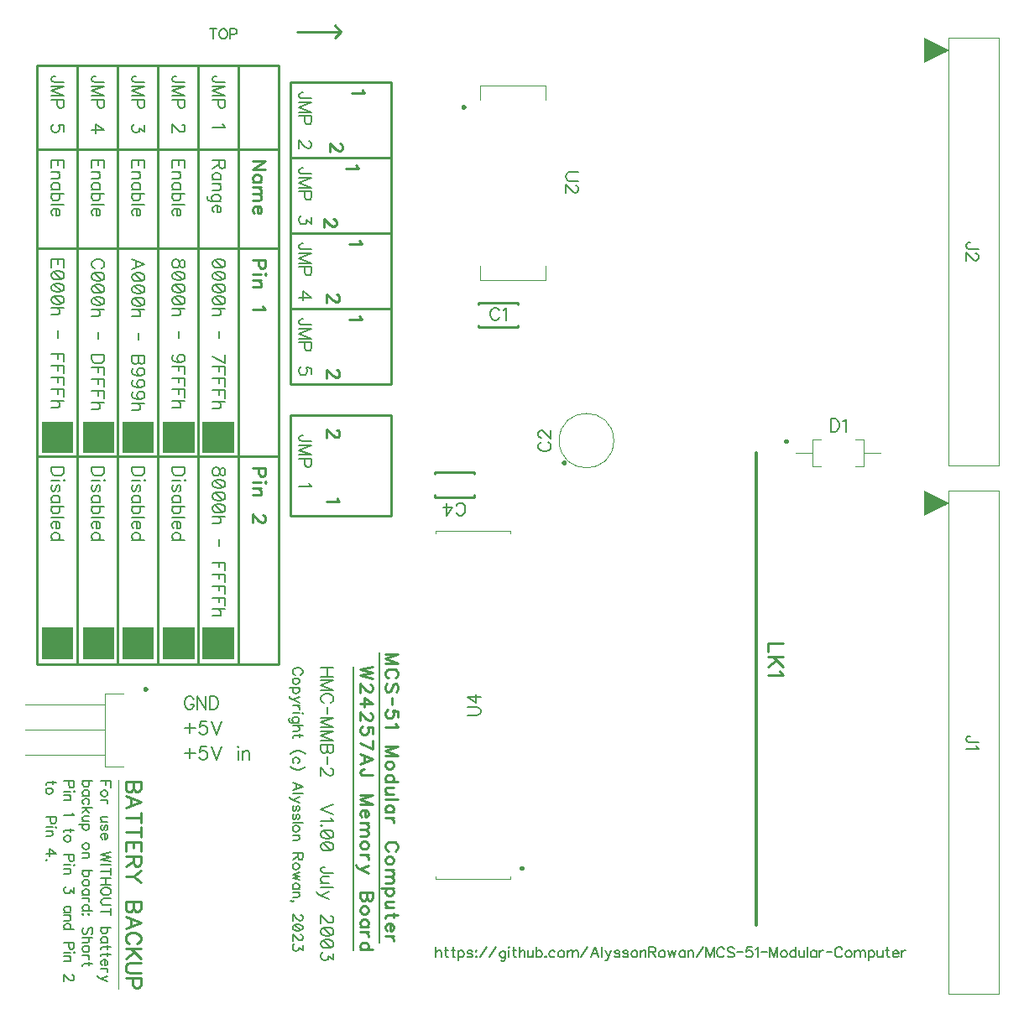
<source format=gbr>
G04 DipTrace 4.3.0.5*
G04 TopSilk.gbr*
%MOMM*%
G04 #@! TF.FileFunction,Legend,Top*
G04 #@! TF.Part,Single*
%ADD10C,0.25*%
%ADD13C,0.12*%
%ADD19C,0.15*%
%ADD20C,0.33*%
%ADD21C,0.1*%
%ADD78C,0.19608*%
%ADD79C,0.27778*%
%ADD80C,0.15686*%
%ADD81C,0.23529*%
%FSLAX35Y35*%
G04*
G71*
G90*
G75*
G01*
G04 TopSilk*
%LPD*%
X-5406880Y1907000D2*
D10*
Y1925000D1*
Y2139000D2*
Y2157000D1*
X-5007120Y2139000D2*
Y2157000D1*
Y1907000D2*
Y1925000D1*
X-5406880Y2157000D2*
X-5007120D1*
X-5406880Y1907000D2*
X-5007120D1*
X-4593000Y762000D2*
D13*
G02X-4593000Y762000I275000J0D01*
G01*
G36*
X-4542852Y512133D2*
X-4546115Y512346D1*
X-4549322Y512984D1*
X-4552419Y514035D1*
X-4555352Y515482D1*
X-4558071Y517298D1*
X-4560530Y519454D1*
X-4562686Y521913D1*
X-4564503Y524632D1*
X-4565949Y527565D1*
X-4567000Y530661D1*
X-4567639Y533869D1*
X-4567853Y537132D1*
X-4567639Y540395D1*
X-4567001Y543602D1*
X-4565950Y546699D1*
X-4564504Y549632D1*
X-4562687Y552351D1*
X-4560531Y554810D1*
X-4558072Y556966D1*
X-4555353Y558783D1*
X-4552420Y560229D1*
X-4549324Y561280D1*
X-4546117Y561919D1*
X-4542853Y562133D1*
D1*
X-4539590Y561919D1*
X-4536383Y561281D1*
X-4533286Y560230D1*
X-4530353Y558784D1*
X-4527634Y556967D1*
X-4525175Y554811D1*
X-4523019Y552352D1*
X-4521202Y549633D1*
X-4519756Y546700D1*
X-4518705Y543604D1*
X-4518067Y540397D1*
X-4517853Y537133D1*
X-4518066Y533870D1*
X-4518704Y530663D1*
X-4519755Y527566D1*
X-4521202Y524633D1*
X-4523018Y521914D1*
X-4525174Y519455D1*
X-4527633Y517299D1*
X-4530352Y515482D1*
X-4533285Y514036D1*
X-4536381Y512985D1*
X-4539589Y512347D1*
X-4542852Y512133D1*
D1*
G37*
X-5451620Y442500D2*
D10*
Y424500D1*
Y210500D2*
Y192500D1*
X-5851380Y210500D2*
Y192500D1*
Y442500D2*
Y424500D1*
X-5451620Y192500D2*
X-5851380D1*
X-5451620Y442500D2*
X-5851380D1*
X-1951000Y770000D2*
D13*
X-2038000D1*
Y500000D1*
X-1951000D1*
X-1605000Y770000D2*
X-1518000D1*
Y500000D1*
X-1605000D1*
X-2205000Y635000D2*
X-2038000D1*
X-1518000D2*
X-1351000D1*
G36*
X-2327000Y752000D2*
X-2326786Y755263D1*
X-2326148Y758470D1*
X-2325097Y761567D1*
X-2323651Y764500D1*
X-2321834Y767219D1*
X-2319678Y769678D1*
X-2317219Y771834D1*
X-2314500Y773651D1*
X-2311567Y775097D1*
X-2308470Y776148D1*
X-2305263Y776786D1*
X-2302000Y777000D1*
X-2298737Y776786D1*
X-2295530Y776148D1*
X-2292433Y775097D1*
X-2289500Y773651D1*
X-2286781Y771834D1*
X-2284322Y769678D1*
X-2282166Y767219D1*
X-2280349Y764500D1*
X-2278903Y761567D1*
X-2277852Y758470D1*
X-2277214Y755263D1*
X-2277000Y752000D1*
D1*
X-2277214Y748737D1*
X-2277852Y745530D1*
X-2278903Y742433D1*
X-2280349Y739500D1*
X-2282166Y736781D1*
X-2284322Y734322D1*
X-2286781Y732166D1*
X-2289500Y730349D1*
X-2292433Y728903D1*
X-2295530Y727852D1*
X-2298737Y727214D1*
X-2302000Y727000D1*
X-2305263Y727214D1*
X-2308470Y727852D1*
X-2311567Y728903D1*
X-2314500Y730349D1*
X-2317219Y732166D1*
X-2319678Y734322D1*
X-2321834Y736781D1*
X-2323651Y739500D1*
X-2325097Y742433D1*
X-2326148Y745530D1*
X-2326786Y748737D1*
X-2327000Y752000D1*
D1*
G37*
X-158750Y254000D2*
D13*
X-666750D1*
Y-4826000D1*
X-158750D1*
Y254000D1*
G36*
X-709750Y152000D2*
X-706487Y151786D1*
X-703280Y151148D1*
X-700183Y150097D1*
X-697250Y148651D1*
X-694531Y146834D1*
X-692072Y144678D1*
X-689916Y142219D1*
X-688099Y139500D1*
X-686653Y136567D1*
X-685602Y133470D1*
X-684964Y130263D1*
X-684750Y127000D1*
X-684964Y123737D1*
X-685602Y120530D1*
X-686653Y117433D1*
X-688099Y114500D1*
X-689916Y111781D1*
X-692072Y109322D1*
X-694531Y107166D1*
X-697250Y105349D1*
X-700183Y103903D1*
X-703280Y102852D1*
X-706487Y102214D1*
X-709750Y102000D1*
D1*
X-713013Y102214D1*
X-716220Y102852D1*
X-719317Y103903D1*
X-722250Y105349D1*
X-724969Y107166D1*
X-727428Y109322D1*
X-729584Y111781D1*
X-731401Y114500D1*
X-732847Y117433D1*
X-733898Y120530D1*
X-734536Y123737D1*
X-734750Y127000D1*
X-734536Y130263D1*
X-733898Y133470D1*
X-732847Y136567D1*
X-731401Y139500D1*
X-729584Y142219D1*
X-727428Y144678D1*
X-724969Y146834D1*
X-722250Y148651D1*
X-719317Y150097D1*
X-716220Y151148D1*
X-713013Y151786D1*
X-709750Y152000D1*
D1*
G37*
X-158750Y4826000D2*
D13*
X-666750D1*
Y508000D1*
X-158750D1*
Y4826000D1*
G36*
X-709750Y4724000D2*
X-706487Y4723786D1*
X-703280Y4723148D1*
X-700183Y4722097D1*
X-697250Y4720651D1*
X-694531Y4718834D1*
X-692072Y4716678D1*
X-689916Y4714219D1*
X-688099Y4711500D1*
X-686653Y4708567D1*
X-685602Y4705470D1*
X-684964Y4702263D1*
X-684750Y4699000D1*
X-684964Y4695737D1*
X-685602Y4692530D1*
X-686653Y4689433D1*
X-688099Y4686500D1*
X-689916Y4683781D1*
X-692072Y4681322D1*
X-694531Y4679166D1*
X-697250Y4677349D1*
X-700183Y4675903D1*
X-703280Y4674852D1*
X-706487Y4674214D1*
X-709750Y4674000D1*
D1*
X-713013Y4674214D1*
X-716220Y4674852D1*
X-719317Y4675903D1*
X-722250Y4677349D1*
X-724969Y4679166D1*
X-727428Y4681322D1*
X-729584Y4683781D1*
X-731401Y4686500D1*
X-732847Y4689433D1*
X-733898Y4692530D1*
X-734536Y4695737D1*
X-734750Y4699000D1*
X-734536Y4702263D1*
X-733898Y4705470D1*
X-732847Y4708567D1*
X-731401Y4711500D1*
X-729584Y4714219D1*
X-727428Y4716678D1*
X-724969Y4718834D1*
X-722250Y4720651D1*
X-719317Y4722097D1*
X-716220Y4723148D1*
X-713013Y4723786D1*
X-709750Y4724000D1*
D1*
G37*
X-8986500Y-1792000D2*
D13*
X-9174400D1*
Y-2526000D1*
X-8986500D1*
X-9174400Y-1905000D2*
X-9982100D1*
X-9174400Y-2159000D2*
X-9982100D1*
X-9174400Y-2413000D2*
X-9982100D1*
G36*
X-8763000Y-1724000D2*
X-8759737Y-1724214D1*
X-8756530Y-1724852D1*
X-8753433Y-1725903D1*
X-8750500Y-1727349D1*
X-8747781Y-1729166D1*
X-8745322Y-1731322D1*
X-8743166Y-1733781D1*
X-8741349Y-1736500D1*
X-8739903Y-1739433D1*
X-8738852Y-1742530D1*
X-8738214Y-1745737D1*
X-8738000Y-1749000D1*
X-8738214Y-1752263D1*
X-8738852Y-1755470D1*
X-8739903Y-1758567D1*
X-8741349Y-1761500D1*
X-8743166Y-1764219D1*
X-8745322Y-1766678D1*
X-8747781Y-1768834D1*
X-8750500Y-1770651D1*
X-8753433Y-1772097D1*
X-8756530Y-1773148D1*
X-8759737Y-1773786D1*
X-8763000Y-1774000D1*
D1*
X-8766263Y-1773786D1*
X-8769470Y-1773148D1*
X-8772567Y-1772097D1*
X-8775500Y-1770651D1*
X-8778219Y-1768834D1*
X-8780678Y-1766678D1*
X-8782834Y-1764219D1*
X-8784651Y-1761500D1*
X-8786097Y-1758567D1*
X-8787148Y-1755470D1*
X-8787786Y-1752263D1*
X-8788000Y-1749000D1*
X-8787786Y-1745737D1*
X-8787148Y-1742530D1*
X-8786097Y-1739433D1*
X-8784651Y-1736500D1*
X-8782834Y-1733781D1*
X-8780678Y-1731322D1*
X-8778219Y-1729166D1*
X-8775500Y-1727349D1*
X-8772567Y-1725903D1*
X-8769470Y-1724852D1*
X-8766263Y-1724214D1*
X-8763000Y-1724000D1*
D1*
G37*
X-6858000Y0D2*
D10*
X-6477000D1*
X-6858000Y1016000D2*
X-6477000D1*
X-6286500Y4381500D2*
X-6858000D1*
X-6286500Y3619500D2*
X-6858000D1*
X-6286500D2*
X-6858000D1*
X-6286500Y2857500D2*
X-6858000D1*
X-6286500D2*
X-6858000D1*
X-6286500Y2095500D2*
X-6858000D1*
X-6286513Y2095504D2*
X-6858013Y2095489D1*
X-6286494Y1333504D2*
X-6857994Y1333489D1*
X-4734123Y4202500D2*
D13*
Y4350500D1*
X-5394123D1*
Y4202500D1*
X-4734123Y2528500D2*
Y2380500D1*
X-5394123D1*
Y2528500D1*
G36*
X-5555123Y4152500D2*
X-5551860Y4152286D1*
X-5548653Y4151648D1*
X-5545556Y4150597D1*
X-5542623Y4149151D1*
X-5539904Y4147334D1*
X-5537446Y4145178D1*
X-5535289Y4142719D1*
X-5533473Y4140000D1*
X-5532026Y4137067D1*
X-5530975Y4133970D1*
X-5530337Y4130763D1*
X-5530123Y4127500D1*
X-5530337Y4124237D1*
X-5530975Y4121030D1*
X-5532026Y4117933D1*
X-5533473Y4115000D1*
X-5535289Y4112281D1*
X-5537446Y4109822D1*
X-5539904Y4107666D1*
X-5542623Y4105849D1*
X-5545556Y4104403D1*
X-5548653Y4103352D1*
X-5551860Y4102714D1*
X-5555123Y4102500D1*
D1*
X-5558386Y4102714D1*
X-5561594Y4103352D1*
X-5564690Y4104403D1*
X-5567623Y4105849D1*
X-5570342Y4107666D1*
X-5572801Y4109822D1*
X-5574957Y4112281D1*
X-5576774Y4115000D1*
X-5578220Y4117933D1*
X-5579271Y4121030D1*
X-5579909Y4124237D1*
X-5580123Y4127500D1*
X-5579909Y4130763D1*
X-5579271Y4133970D1*
X-5578220Y4137067D1*
X-5576774Y4140000D1*
X-5574957Y4142719D1*
X-5572801Y4145178D1*
X-5570342Y4147334D1*
X-5567623Y4149151D1*
X-5564690Y4150597D1*
X-5561594Y4151648D1*
X-5558386Y4152286D1*
X-5555123Y4152500D1*
D1*
G37*
X-5835650Y-3637000D2*
D13*
Y-3664000D1*
X-5086350D1*
Y-3637000D1*
X-5835650Y-173000D2*
Y-146000D1*
X-5086350D1*
Y-173000D1*
G36*
X-4967800Y-3581000D2*
X-4971063Y-3580786D1*
X-4974270Y-3580148D1*
X-4977367Y-3579097D1*
X-4980300Y-3577651D1*
X-4983019Y-3575834D1*
X-4985478Y-3573678D1*
X-4987634Y-3571219D1*
X-4989451Y-3568500D1*
X-4990897Y-3565567D1*
X-4991948Y-3562470D1*
X-4992586Y-3559263D1*
X-4992800Y-3556000D1*
X-4992586Y-3552737D1*
X-4991948Y-3549530D1*
X-4990897Y-3546433D1*
X-4989451Y-3543500D1*
X-4987634Y-3540781D1*
X-4985478Y-3538322D1*
X-4983019Y-3536166D1*
X-4980300Y-3534349D1*
X-4977367Y-3532903D1*
X-4974270Y-3531852D1*
X-4971063Y-3531214D1*
X-4967800Y-3531000D1*
D1*
X-4964537Y-3531214D1*
X-4961330Y-3531852D1*
X-4958233Y-3532903D1*
X-4955300Y-3534349D1*
X-4952581Y-3536166D1*
X-4950122Y-3538322D1*
X-4947966Y-3540781D1*
X-4946149Y-3543500D1*
X-4944703Y-3546433D1*
X-4943652Y-3549530D1*
X-4943014Y-3552737D1*
X-4942800Y-3556000D1*
X-4943014Y-3559263D1*
X-4943652Y-3562470D1*
X-4944703Y-3565567D1*
X-4946149Y-3568500D1*
X-4947966Y-3571219D1*
X-4950122Y-3573678D1*
X-4952581Y-3575834D1*
X-4955300Y-3577651D1*
X-4958233Y-3579097D1*
X-4961330Y-3580148D1*
X-4964537Y-3580786D1*
X-4967800Y-3581000D1*
D1*
G37*
G36*
X-658620Y4699623D2*
X-912620Y4826623D1*
Y4572627D1*
D1*
X-658620Y4699623D1*
G37*
G36*
Y127623D2*
X-912620Y254623D1*
Y627D1*
D1*
X-658620Y127623D1*
G37*
X-7239000Y4889500D2*
D10*
X-6794500D1*
X-6858000Y4953000D1*
X-6794500Y4889500D2*
X-6858000Y4826000D1*
X-7302500Y4381500D2*
X-6286500D1*
Y3619500D1*
X-7302500D1*
Y4381500D1*
Y3619500D2*
X-6286500D1*
Y2857500D1*
X-7302500D1*
Y3619500D1*
Y2857500D2*
X-6286500D1*
Y2095500D1*
X-7302500D1*
Y2857500D1*
Y2095500D2*
X-6286500D1*
Y1333500D1*
X-7302500D1*
Y2095500D1*
Y1016000D2*
X-6286500D1*
Y0D1*
X-7302500D1*
Y1016000D1*
X-6409473Y-1376493D2*
D19*
Y-4305353D1*
X-6667500Y-1524000D2*
Y-4381500D1*
G36*
X-8191500Y952500D2*
X-7874000D1*
Y635000D1*
X-8191500D1*
Y952500D1*
G37*
G36*
X-8588377D2*
X-8270873D1*
Y635000D1*
X-8588377D1*
Y952500D1*
G37*
G36*
X-9001127D2*
X-8683623D1*
Y635000D1*
X-9001127D1*
Y952500D1*
G37*
G36*
X-9398000D2*
X-9080497D1*
Y635000D1*
X-9398000D1*
Y952500D1*
G37*
G36*
X-9810750D2*
X-9493250D1*
Y635000D1*
X-9810750D1*
Y952500D1*
G37*
G36*
X-8191500Y-1127123D2*
X-7874000D1*
Y-1444623D1*
X-8191500D1*
Y-1127123D1*
G37*
G36*
X-8588377D2*
X-8270873D1*
Y-1444623D1*
X-8588377D1*
Y-1127123D1*
G37*
G36*
X-9001127D2*
X-8683623D1*
Y-1444623D1*
X-9001127D1*
Y-1127123D1*
G37*
G36*
X-9398000D2*
X-9080497D1*
Y-1444623D1*
X-9398000D1*
Y-1127123D1*
G37*
G36*
X-9810750D2*
X-9493250D1*
Y-1444623D1*
X-9810750D1*
Y-1127123D1*
G37*
X-2603500Y635000D2*
D20*
Y-4127500D1*
X-9037873Y-2667000D2*
D21*
Y-4774143D1*
X-7831200Y4551300D2*
D10*
X-7424800D1*
Y3701300D1*
X-7831200D1*
Y4551300D1*
X-8237600D2*
X-7831200D1*
Y3701300D1*
X-8237600D1*
Y4551300D1*
X-8644000D2*
X-8237600D1*
Y3701300D1*
X-8644000D1*
Y4551300D1*
X-9050400D2*
X-8644000D1*
Y3701300D1*
X-9050400D1*
Y4551300D1*
X-9456800D2*
X-9050400D1*
Y3701300D1*
X-9456800D1*
Y4551300D1*
X-9863200D2*
X-9456800D1*
Y3701300D1*
X-9863200D1*
Y4551300D1*
X-7831200Y3701300D2*
X-7424800D1*
Y2701300D1*
X-7831200D1*
Y3701300D1*
X-8237600D2*
X-7831200D1*
Y2701300D1*
X-8237600D1*
Y3701300D1*
X-8644000D2*
X-8237600D1*
Y2701300D1*
X-8644000D1*
Y3701300D1*
X-9050400D2*
X-8644000D1*
Y2701300D1*
X-9050400D1*
Y3701300D1*
X-9456800D2*
X-9050400D1*
Y2701300D1*
X-9456800D1*
Y3701300D1*
X-9863200D2*
X-9456800D1*
Y2701300D1*
X-9863200D1*
Y3701300D1*
X-7831200Y2701300D2*
X-7424800D1*
Y601300D1*
X-7831200D1*
Y2701300D1*
X-8237600D2*
X-7831200D1*
Y601300D1*
X-8237600D1*
Y2701300D1*
X-8644000D2*
X-8237600D1*
Y601300D1*
X-8644000D1*
Y2701300D1*
X-9050400D2*
X-8644000D1*
Y601300D1*
X-9050400D1*
Y2701300D1*
X-9456800D2*
X-9050400D1*
Y601300D1*
X-9456800D1*
Y2701300D1*
X-9863200D2*
X-9456800D1*
Y601300D1*
X-9863200D1*
Y2701300D1*
X-7831200Y601300D2*
X-7424800D1*
Y-1498700D1*
X-7831200D1*
Y601300D1*
X-8237600D2*
X-7831200D1*
Y-1498700D1*
X-8237600D1*
Y601300D1*
X-8644000D2*
X-8237600D1*
Y-1498700D1*
X-8644000D1*
Y601300D1*
X-9050400D2*
X-8644000D1*
Y-1498700D1*
X-9050400D1*
Y601300D1*
X-9456800D2*
X-9050400D1*
Y-1498700D1*
X-9456800D1*
Y601300D1*
X-9863200D2*
X-9456800D1*
Y-1498700D1*
X-9863200D1*
Y601300D1*
X-7962944Y4380710D2*
D78*
X-8060090D1*
X-8078340Y4386746D1*
X-8084377Y4392923D1*
X-8090554Y4404996D1*
Y4417210D1*
X-8084377Y4429283D1*
X-8078340Y4435319D1*
X-8060090Y4441496D1*
X-8048017D1*
X-8090554Y4244348D2*
X-7962944D1*
X-8090554Y4292921D1*
X-7962944Y4341494D1*
X-8090554D1*
X-8029767Y4205132D2*
Y4150382D1*
X-8023731Y4132272D1*
X-8017554Y4126095D1*
X-8005481Y4120059D1*
X-7987231D1*
X-7975158Y4126095D1*
X-7968981Y4132272D1*
X-7962944Y4150382D1*
Y4205132D1*
X-8090554D1*
X-7987371Y3957397D2*
X-7981194Y3945183D1*
X-7963085Y3926933D1*
X-8090554D1*
X-8369344Y4380710D2*
X-8466490D1*
X-8484740Y4386746D1*
X-8490777Y4392923D1*
X-8496954Y4404996D1*
Y4417210D1*
X-8490777Y4429283D1*
X-8484740Y4435319D1*
X-8466490Y4441496D1*
X-8454417D1*
X-8496954Y4244348D2*
X-8369344D1*
X-8496954Y4292921D1*
X-8369344Y4341494D1*
X-8496954D1*
X-8436167Y4205132D2*
Y4150382D1*
X-8430131Y4132272D1*
X-8423954Y4126095D1*
X-8411881Y4120059D1*
X-8393631D1*
X-8381558Y4126095D1*
X-8375381Y4132272D1*
X-8369344Y4150382D1*
Y4205132D1*
X-8496954D1*
X-8399808Y3951220D2*
X-8393771D1*
X-8381558Y3945183D1*
X-8375521Y3939147D1*
X-8369485Y3926933D1*
Y3902647D1*
X-8375521Y3890574D1*
X-8381558Y3884537D1*
X-8393771Y3878360D1*
X-8405844D1*
X-8418058Y3884537D1*
X-8436167Y3896610D1*
X-8496954Y3957397D1*
Y3872324D1*
X-8775744Y4380710D2*
X-8872890D1*
X-8891140Y4386746D1*
X-8897177Y4392923D1*
X-8903354Y4404996D1*
Y4417210D1*
X-8897177Y4429283D1*
X-8891140Y4435319D1*
X-8872890Y4441496D1*
X-8860817D1*
X-8903354Y4244348D2*
X-8775744D1*
X-8903354Y4292921D1*
X-8775744Y4341494D1*
X-8903354D1*
X-8842567Y4205132D2*
Y4150382D1*
X-8836531Y4132272D1*
X-8830354Y4126095D1*
X-8818281Y4120059D1*
X-8800031D1*
X-8787958Y4126095D1*
X-8781781Y4132272D1*
X-8775744Y4150382D1*
Y4205132D1*
X-8903354D1*
X-8775885Y3945183D2*
Y3878501D1*
X-8824458Y3914860D1*
Y3896610D1*
X-8830494Y3884537D1*
X-8836531Y3878501D1*
X-8854781Y3872324D1*
X-8866854D1*
X-8885104Y3878501D1*
X-8897317Y3890574D1*
X-8903354Y3908824D1*
Y3927074D1*
X-8897317Y3945183D1*
X-8891140Y3951220D1*
X-8879067Y3957397D1*
X-9182144Y4380710D2*
X-9279290D1*
X-9297540Y4386746D1*
X-9303577Y4392923D1*
X-9309754Y4404996D1*
Y4417210D1*
X-9303577Y4429283D1*
X-9297540Y4435319D1*
X-9279290Y4441496D1*
X-9267217D1*
X-9309754Y4244348D2*
X-9182144D1*
X-9309754Y4292921D1*
X-9182144Y4341494D1*
X-9309754D1*
X-9248967Y4205132D2*
Y4150382D1*
X-9242931Y4132272D1*
X-9236754Y4126095D1*
X-9224681Y4120059D1*
X-9206431D1*
X-9194358Y4126095D1*
X-9188181Y4132272D1*
X-9182144Y4150382D1*
Y4205132D1*
X-9309754D1*
Y3896610D2*
X-9182285D1*
X-9267217Y3957397D1*
Y3866287D1*
X-9588544Y4380710D2*
X-9685690D1*
X-9703940Y4386746D1*
X-9709977Y4392923D1*
X-9716154Y4404996D1*
Y4417210D1*
X-9709977Y4429283D1*
X-9703940Y4435319D1*
X-9685690Y4441496D1*
X-9673617D1*
X-9716154Y4244348D2*
X-9588544D1*
X-9716154Y4292921D1*
X-9588544Y4341494D1*
X-9716154D1*
X-9655367Y4205132D2*
Y4150382D1*
X-9649331Y4132272D1*
X-9643154Y4126095D1*
X-9631081Y4120059D1*
X-9612831D1*
X-9600758Y4126095D1*
X-9594581Y4132272D1*
X-9588544Y4150382D1*
Y4205132D1*
X-9716154D1*
X-9588685Y3884537D2*
Y3945183D1*
X-9643294Y3951220D1*
X-9637258Y3945183D1*
X-9631081Y3926933D1*
Y3908824D1*
X-9637258Y3890574D1*
X-9649331Y3878360D1*
X-9667581Y3872324D1*
X-9679654D1*
X-9697904Y3878360D1*
X-9710117Y3890574D1*
X-9716154Y3908824D1*
Y3926933D1*
X-9710117Y3945183D1*
X-9703940Y3951220D1*
X-9691867Y3957397D1*
X-7556544Y3502338D2*
D79*
X-7684154D1*
X-7556544Y3587411D1*
X-7684154D1*
X-7599081Y3373923D2*
X-7684154D1*
X-7617331D2*
X-7605117Y3385996D1*
X-7599081Y3398209D1*
Y3416319D1*
X-7605117Y3428532D1*
X-7617331Y3440606D1*
X-7635581Y3446782D1*
X-7647654D1*
X-7665904Y3440606D1*
X-7677977Y3428532D1*
X-7684154Y3416319D1*
Y3398209D1*
X-7677977Y3385996D1*
X-7665904Y3373923D1*
X-7599081Y3318367D2*
X-7684154D1*
X-7623367D2*
X-7605117Y3300117D1*
X-7599081Y3287904D1*
Y3269794D1*
X-7605117Y3257581D1*
X-7623367Y3251544D1*
X-7684154D1*
X-7623367D2*
X-7605117Y3233294D1*
X-7599081Y3221081D1*
Y3202971D1*
X-7605117Y3190758D1*
X-7623367Y3184581D1*
X-7684154D1*
X-7635581Y3129025D2*
Y3056166D1*
X-7623367D1*
X-7611154Y3062202D1*
X-7605117Y3068239D1*
X-7599081Y3080452D1*
Y3098702D1*
X-7605117Y3110775D1*
X-7617331Y3122989D1*
X-7635581Y3129025D1*
X-7647654D1*
X-7665904Y3122989D1*
X-7677977Y3110775D1*
X-7684154Y3098702D1*
Y3080452D1*
X-7677977Y3068239D1*
X-7665904Y3056166D1*
X-8023731Y3591496D2*
D78*
Y3536886D1*
X-8017554Y3518636D1*
X-8011517Y3512460D1*
X-7999444Y3506423D1*
X-7987231D1*
X-7975158Y3512460D1*
X-7968981Y3518636D1*
X-7962944Y3536886D1*
Y3591496D1*
X-8090554D1*
X-8023731Y3548960D2*
X-8090554Y3506423D1*
X-8005481Y3394348D2*
X-8090554D1*
X-8023731D2*
X-8011517Y3406421D1*
X-8005481Y3418634D1*
Y3436744D1*
X-8011517Y3448957D1*
X-8023731Y3461030D1*
X-8041981Y3467207D1*
X-8054054D1*
X-8072304Y3461030D1*
X-8084377Y3448957D1*
X-8090554Y3436744D1*
Y3418634D1*
X-8084377Y3406421D1*
X-8072304Y3394348D1*
X-8005481Y3355132D2*
X-8090554D1*
X-8029767D2*
X-8011517Y3336882D1*
X-8005481Y3324669D1*
Y3306559D1*
X-8011517Y3294345D1*
X-8029767Y3288309D1*
X-8090554D1*
X-8011517Y3176234D2*
X-8108804D1*
X-8126913Y3182270D1*
X-8133090Y3188307D1*
X-8139127Y3200520D1*
Y3218770D1*
X-8133090Y3230843D1*
X-8029767Y3176234D2*
X-8017694Y3188307D1*
X-8011517Y3200520D1*
Y3218770D1*
X-8017694Y3230843D1*
X-8029767Y3243057D1*
X-8048017Y3249093D1*
X-8060231D1*
X-8078340Y3243057D1*
X-8090554Y3230843D1*
X-8096590Y3218770D1*
Y3200520D1*
X-8090554Y3188307D1*
X-8078340Y3176234D1*
X-8041981Y3137018D2*
Y3064158D1*
X-8029767D1*
X-8017554Y3070195D1*
X-8011517Y3076231D1*
X-8005481Y3088445D1*
Y3106695D1*
X-8011517Y3118768D1*
X-8023731Y3130981D1*
X-8041981Y3137018D1*
X-8054054D1*
X-8072304Y3130981D1*
X-8084377Y3118768D1*
X-8090554Y3106695D1*
Y3088445D1*
X-8084377Y3076231D1*
X-8072304Y3064158D1*
X-8369344Y3512600D2*
Y3591496D1*
X-8496954D1*
Y3512600D1*
X-8430131Y3591496D2*
Y3542923D1*
X-8411881Y3473384D2*
X-8496954D1*
X-8436167D2*
X-8417917Y3455134D1*
X-8411881Y3442921D1*
Y3424811D1*
X-8417917Y3412598D1*
X-8436167Y3406561D1*
X-8496954D1*
X-8411881Y3294486D2*
X-8496954D1*
X-8430131D2*
X-8417917Y3306559D1*
X-8411881Y3318772D1*
Y3336882D1*
X-8417917Y3349095D1*
X-8430131Y3361169D1*
X-8448381Y3367345D1*
X-8460454D1*
X-8478704Y3361169D1*
X-8490777Y3349095D1*
X-8496954Y3336882D1*
Y3318772D1*
X-8490777Y3306559D1*
X-8478704Y3294486D1*
X-8369344Y3255270D2*
X-8496954D1*
X-8430131D2*
X-8417917Y3243057D1*
X-8411881Y3230984D1*
Y3212734D1*
X-8417917Y3200661D1*
X-8430131Y3188447D1*
X-8448381Y3182411D1*
X-8460454D1*
X-8478704Y3188447D1*
X-8490777Y3200661D1*
X-8496954Y3212734D1*
Y3230984D1*
X-8490777Y3243057D1*
X-8478704Y3255270D1*
X-8369344Y3143195D2*
X-8496954D1*
X-8448381Y3103979D2*
Y3031120D1*
X-8436167D1*
X-8423954Y3037156D1*
X-8417917Y3043193D1*
X-8411881Y3055406D1*
Y3073656D1*
X-8417917Y3085729D1*
X-8430131Y3097943D1*
X-8448381Y3103979D1*
X-8460454D1*
X-8478704Y3097943D1*
X-8490777Y3085729D1*
X-8496954Y3073656D1*
Y3055406D1*
X-8490777Y3043193D1*
X-8478704Y3031120D1*
X-8775744Y3512600D2*
Y3591496D1*
X-8903354D1*
Y3512600D1*
X-8836531Y3591496D2*
Y3542923D1*
X-8818281Y3473384D2*
X-8903354D1*
X-8842567D2*
X-8824317Y3455134D1*
X-8818281Y3442921D1*
Y3424811D1*
X-8824317Y3412598D1*
X-8842567Y3406561D1*
X-8903354D1*
X-8818281Y3294486D2*
X-8903354D1*
X-8836531D2*
X-8824317Y3306559D1*
X-8818281Y3318772D1*
Y3336882D1*
X-8824317Y3349095D1*
X-8836531Y3361169D1*
X-8854781Y3367345D1*
X-8866854D1*
X-8885104Y3361169D1*
X-8897177Y3349095D1*
X-8903354Y3336882D1*
Y3318772D1*
X-8897177Y3306559D1*
X-8885104Y3294486D1*
X-8775744Y3255270D2*
X-8903354D1*
X-8836531D2*
X-8824317Y3243057D1*
X-8818281Y3230984D1*
Y3212734D1*
X-8824317Y3200661D1*
X-8836531Y3188447D1*
X-8854781Y3182411D1*
X-8866854D1*
X-8885104Y3188447D1*
X-8897177Y3200661D1*
X-8903354Y3212734D1*
Y3230984D1*
X-8897177Y3243057D1*
X-8885104Y3255270D1*
X-8775744Y3143195D2*
X-8903354D1*
X-8854781Y3103979D2*
Y3031120D1*
X-8842567D1*
X-8830354Y3037156D1*
X-8824317Y3043193D1*
X-8818281Y3055406D1*
Y3073656D1*
X-8824317Y3085729D1*
X-8836531Y3097943D1*
X-8854781Y3103979D1*
X-8866854D1*
X-8885104Y3097943D1*
X-8897177Y3085729D1*
X-8903354Y3073656D1*
Y3055406D1*
X-8897177Y3043193D1*
X-8885104Y3031120D1*
X-9182144Y3512600D2*
Y3591496D1*
X-9309754D1*
Y3512600D1*
X-9242931Y3591496D2*
Y3542923D1*
X-9224681Y3473384D2*
X-9309754D1*
X-9248967D2*
X-9230717Y3455134D1*
X-9224681Y3442921D1*
Y3424811D1*
X-9230717Y3412598D1*
X-9248967Y3406561D1*
X-9309754D1*
X-9224681Y3294486D2*
X-9309754D1*
X-9242931D2*
X-9230717Y3306559D1*
X-9224681Y3318772D1*
Y3336882D1*
X-9230717Y3349095D1*
X-9242931Y3361169D1*
X-9261181Y3367345D1*
X-9273254D1*
X-9291504Y3361169D1*
X-9303577Y3349095D1*
X-9309754Y3336882D1*
Y3318772D1*
X-9303577Y3306559D1*
X-9291504Y3294486D1*
X-9182144Y3255270D2*
X-9309754D1*
X-9242931D2*
X-9230717Y3243057D1*
X-9224681Y3230984D1*
Y3212734D1*
X-9230717Y3200661D1*
X-9242931Y3188447D1*
X-9261181Y3182411D1*
X-9273254D1*
X-9291504Y3188447D1*
X-9303577Y3200661D1*
X-9309754Y3212734D1*
Y3230984D1*
X-9303577Y3243057D1*
X-9291504Y3255270D1*
X-9182144Y3143195D2*
X-9309754D1*
X-9261181Y3103979D2*
Y3031120D1*
X-9248967D1*
X-9236754Y3037156D1*
X-9230717Y3043193D1*
X-9224681Y3055406D1*
Y3073656D1*
X-9230717Y3085729D1*
X-9242931Y3097943D1*
X-9261181Y3103979D1*
X-9273254D1*
X-9291504Y3097943D1*
X-9303577Y3085729D1*
X-9309754Y3073656D1*
Y3055406D1*
X-9303577Y3043193D1*
X-9291504Y3031120D1*
X-9588544Y3512600D2*
Y3591496D1*
X-9716154D1*
Y3512600D1*
X-9649331Y3591496D2*
Y3542923D1*
X-9631081Y3473384D2*
X-9716154D1*
X-9655367D2*
X-9637117Y3455134D1*
X-9631081Y3442921D1*
Y3424811D1*
X-9637117Y3412598D1*
X-9655367Y3406561D1*
X-9716154D1*
X-9631081Y3294486D2*
X-9716154D1*
X-9649331D2*
X-9637117Y3306559D1*
X-9631081Y3318772D1*
Y3336882D1*
X-9637117Y3349095D1*
X-9649331Y3361169D1*
X-9667581Y3367345D1*
X-9679654D1*
X-9697904Y3361169D1*
X-9709977Y3349095D1*
X-9716154Y3336882D1*
Y3318772D1*
X-9709977Y3306559D1*
X-9697904Y3294486D1*
X-9588544Y3255270D2*
X-9716154D1*
X-9649331D2*
X-9637117Y3243057D1*
X-9631081Y3230984D1*
Y3212734D1*
X-9637117Y3200661D1*
X-9649331Y3188447D1*
X-9667581Y3182411D1*
X-9679654D1*
X-9697904Y3188447D1*
X-9709977Y3200661D1*
X-9716154Y3212734D1*
Y3230984D1*
X-9709977Y3243057D1*
X-9697904Y3255270D1*
X-9588544Y3143195D2*
X-9716154D1*
X-9667581Y3103979D2*
Y3031120D1*
X-9655367D1*
X-9643154Y3037156D1*
X-9637117Y3043193D1*
X-9631081Y3055406D1*
Y3073656D1*
X-9637117Y3085729D1*
X-9649331Y3097943D1*
X-9667581Y3103979D1*
X-9679654D1*
X-9697904Y3097943D1*
X-9709977Y3085729D1*
X-9716154Y3073656D1*
Y3055406D1*
X-9709977Y3043193D1*
X-9697904Y3031120D1*
X-7623367Y2587411D2*
D79*
Y2532661D1*
X-7617331Y2514551D1*
X-7611154Y2508375D1*
X-7599081Y2502338D1*
X-7580831D1*
X-7568758Y2508375D1*
X-7562581Y2514551D1*
X-7556544Y2532661D1*
Y2587411D1*
X-7684154D1*
X-7556544Y2446782D2*
X-7562581Y2440746D1*
X-7556544Y2434569D1*
X-7550367Y2440746D1*
X-7556544Y2446782D1*
X-7599081Y2440746D2*
X-7684154D1*
X-7599081Y2379013D2*
X-7684154D1*
X-7623367D2*
X-7605117Y2360763D1*
X-7599081Y2348550D1*
Y2330440D1*
X-7605117Y2318227D1*
X-7623367Y2312190D1*
X-7684154D1*
X-7580971Y2116849D2*
X-7574794Y2104635D1*
X-7556685Y2086385D1*
X-7684154D1*
X-7963085Y2554996D2*
D78*
X-7969121Y2573246D1*
X-7987371Y2585460D1*
X-8017694Y2591496D1*
X-8035944D1*
X-8066267Y2585460D1*
X-8084517Y2573246D1*
X-8090554Y2554996D1*
Y2542923D1*
X-8084517Y2524673D1*
X-8066267Y2512600D1*
X-8035944Y2506423D1*
X-8017694D1*
X-7987371Y2512600D1*
X-7969121Y2524673D1*
X-7963085Y2542923D1*
Y2554996D1*
X-7987371Y2512600D2*
X-8066267Y2585460D1*
X-7963085Y2430707D2*
X-7969121Y2448957D1*
X-7987371Y2461171D1*
X-8017694Y2467207D1*
X-8035944D1*
X-8066267Y2461171D1*
X-8084517Y2448957D1*
X-8090554Y2430707D1*
Y2418634D1*
X-8084517Y2400384D1*
X-8066267Y2388311D1*
X-8035944Y2382134D1*
X-8017694D1*
X-7987371Y2388311D1*
X-7969121Y2400384D1*
X-7963085Y2418634D1*
Y2430707D1*
X-7987371Y2388311D2*
X-8066267Y2461171D1*
X-7963085Y2306419D2*
X-7969121Y2324669D1*
X-7987371Y2336882D1*
X-8017694Y2342919D1*
X-8035944D1*
X-8066267Y2336882D1*
X-8084517Y2324669D1*
X-8090554Y2306419D1*
Y2294345D1*
X-8084517Y2276095D1*
X-8066267Y2264022D1*
X-8035944Y2257845D1*
X-8017694D1*
X-7987371Y2264022D1*
X-7969121Y2276095D1*
X-7963085Y2294345D1*
Y2306419D1*
X-7987371Y2264022D2*
X-8066267Y2336882D1*
X-7963085Y2182130D2*
X-7969121Y2200380D1*
X-7987371Y2212593D1*
X-8017694Y2218630D1*
X-8035944D1*
X-8066267Y2212593D1*
X-8084517Y2200380D1*
X-8090554Y2182130D1*
Y2170057D1*
X-8084517Y2151807D1*
X-8066267Y2139734D1*
X-8035944Y2133557D1*
X-8017694D1*
X-7987371Y2139734D1*
X-7969121Y2151807D1*
X-7963085Y2170057D1*
Y2182130D1*
X-7987371Y2139734D2*
X-8066267Y2212593D1*
X-7962944Y2094341D2*
X-8090554D1*
X-8029767D2*
X-8011517Y2076091D1*
X-8005481Y2063878D1*
Y2045628D1*
X-8011517Y2033554D1*
X-8029767Y2027518D1*
X-8090554D1*
X-8026819Y1864856D2*
Y1794663D1*
X-8090554Y1607715D2*
X-7963085Y1546928D1*
Y1632001D1*
X-7962944Y1428676D2*
Y1507713D1*
X-8090554D1*
X-8023731D2*
Y1459140D1*
X-7962944Y1310424D2*
Y1389460D1*
X-8090554D1*
X-8023731D2*
Y1340887D1*
X-7962944Y1192172D2*
Y1271208D1*
X-8090554D1*
X-8023731D2*
Y1222635D1*
X-7962944Y1152956D2*
X-8090554D1*
X-8029767D2*
X-8011517Y1134706D1*
X-8005481Y1122492D1*
Y1104242D1*
X-8011517Y1092169D1*
X-8029767Y1086133D1*
X-8090554D1*
X-8369485Y2561173D2*
X-8375521Y2579283D1*
X-8387594Y2585460D1*
X-8399808D1*
X-8411881Y2579283D1*
X-8418058Y2567210D1*
X-8424094Y2542923D1*
X-8430131Y2524673D1*
X-8442344Y2512600D1*
X-8454417Y2506563D1*
X-8472667D1*
X-8484740Y2512600D1*
X-8490917Y2518636D1*
X-8496954Y2536886D1*
Y2561173D1*
X-8490917Y2579283D1*
X-8484740Y2585460D1*
X-8472667Y2591496D1*
X-8454417D1*
X-8442344Y2585460D1*
X-8430131Y2573246D1*
X-8424094Y2555136D1*
X-8418058Y2530850D1*
X-8411881Y2518636D1*
X-8399808Y2512600D1*
X-8387594D1*
X-8375521Y2518636D1*
X-8369485Y2536886D1*
Y2561173D1*
Y2430848D2*
X-8375521Y2449098D1*
X-8393771Y2461311D1*
X-8424094Y2467348D1*
X-8442344D1*
X-8472667Y2461311D1*
X-8490917Y2449098D1*
X-8496954Y2430848D1*
Y2418775D1*
X-8490917Y2400525D1*
X-8472667Y2388452D1*
X-8442344Y2382275D1*
X-8424094D1*
X-8393771Y2388452D1*
X-8375521Y2400525D1*
X-8369485Y2418775D1*
Y2430848D1*
X-8393771Y2388452D2*
X-8472667Y2461311D1*
X-8369485Y2306559D2*
X-8375521Y2324809D1*
X-8393771Y2337022D1*
X-8424094Y2343059D1*
X-8442344D1*
X-8472667Y2337022D1*
X-8490917Y2324809D1*
X-8496954Y2306559D1*
Y2294486D1*
X-8490917Y2276236D1*
X-8472667Y2264163D1*
X-8442344Y2257986D1*
X-8424094D1*
X-8393771Y2264163D1*
X-8375521Y2276236D1*
X-8369485Y2294486D1*
Y2306559D1*
X-8393771Y2264163D2*
X-8472667Y2337022D1*
X-8369485Y2182270D2*
X-8375521Y2200520D1*
X-8393771Y2212734D1*
X-8424094Y2218770D1*
X-8442344D1*
X-8472667Y2212734D1*
X-8490917Y2200520D1*
X-8496954Y2182270D1*
Y2170197D1*
X-8490917Y2151947D1*
X-8472667Y2139874D1*
X-8442344Y2133697D1*
X-8424094D1*
X-8393771Y2139874D1*
X-8375521Y2151947D1*
X-8369485Y2170197D1*
Y2182270D1*
X-8393771Y2139874D2*
X-8472667Y2212734D1*
X-8369344Y2094481D2*
X-8496954D1*
X-8436167D2*
X-8417917Y2076231D1*
X-8411881Y2064018D1*
Y2045768D1*
X-8417917Y2033695D1*
X-8436167Y2027658D1*
X-8496954D1*
X-8433219Y1864996D2*
Y1794804D1*
X-8411881Y1553105D2*
X-8430131Y1559282D1*
X-8442344Y1571355D1*
X-8448381Y1589605D1*
Y1595642D1*
X-8442344Y1613892D1*
X-8430131Y1625965D1*
X-8411881Y1632142D1*
X-8405844D1*
X-8387594Y1625965D1*
X-8375521Y1613892D1*
X-8369485Y1595642D1*
Y1589605D1*
X-8375521Y1571355D1*
X-8387594Y1559282D1*
X-8411881Y1553105D1*
X-8442344D1*
X-8472667Y1559282D1*
X-8490917Y1571355D1*
X-8496954Y1589605D1*
Y1601678D1*
X-8490917Y1619928D1*
X-8478704Y1625965D1*
X-8369344Y1434853D2*
Y1513890D1*
X-8496954D1*
X-8430131D2*
Y1465316D1*
X-8369344Y1316601D2*
Y1395637D1*
X-8496954D1*
X-8430131D2*
Y1347064D1*
X-8369344Y1198349D2*
Y1277385D1*
X-8496954D1*
X-8430131D2*
Y1228812D1*
X-8369344Y1159133D2*
X-8496954D1*
X-8436167D2*
X-8417917Y1140883D1*
X-8411881Y1128669D1*
Y1110419D1*
X-8417917Y1098346D1*
X-8436167Y1092310D1*
X-8496954D1*
X-8903354Y2494210D2*
X-8775744Y2542923D1*
X-8903354Y2591496D1*
X-8860817Y2573246D2*
Y2512460D1*
X-8775885Y2418494D2*
X-8781921Y2436744D1*
X-8800171Y2448957D1*
X-8830494Y2454994D1*
X-8848744D1*
X-8879067Y2448957D1*
X-8897317Y2436744D1*
X-8903354Y2418494D1*
Y2406421D1*
X-8897317Y2388171D1*
X-8879067Y2376098D1*
X-8848744Y2369921D1*
X-8830494D1*
X-8800171Y2376098D1*
X-8781921Y2388171D1*
X-8775885Y2406421D1*
Y2418494D1*
X-8800171Y2376098D2*
X-8879067Y2448957D1*
X-8775885Y2294205D2*
X-8781921Y2312455D1*
X-8800171Y2324669D1*
X-8830494Y2330705D1*
X-8848744D1*
X-8879067Y2324669D1*
X-8897317Y2312455D1*
X-8903354Y2294205D1*
Y2282132D1*
X-8897317Y2263882D1*
X-8879067Y2251809D1*
X-8848744Y2245632D1*
X-8830494D1*
X-8800171Y2251809D1*
X-8781921Y2263882D1*
X-8775885Y2282132D1*
Y2294205D1*
X-8800171Y2251809D2*
X-8879067Y2324669D1*
X-8775885Y2169916D2*
X-8781921Y2188166D1*
X-8800171Y2200380D1*
X-8830494Y2206416D1*
X-8848744D1*
X-8879067Y2200380D1*
X-8897317Y2188166D1*
X-8903354Y2169916D1*
Y2157843D1*
X-8897317Y2139593D1*
X-8879067Y2127520D1*
X-8848744Y2121343D1*
X-8830494D1*
X-8800171Y2127520D1*
X-8781921Y2139593D1*
X-8775885Y2157843D1*
Y2169916D1*
X-8800171Y2127520D2*
X-8879067Y2200380D1*
X-8775744Y2082128D2*
X-8903354D1*
X-8842567D2*
X-8824317Y2063878D1*
X-8818281Y2051664D1*
Y2033414D1*
X-8824317Y2021341D1*
X-8842567Y2015304D1*
X-8903354D1*
X-8839619Y1852642D2*
Y1782450D1*
X-8775744Y1619788D2*
X-8903354D1*
Y1565038D1*
X-8897177Y1546788D1*
X-8891140Y1540751D1*
X-8879067Y1534715D1*
X-8860817D1*
X-8848604Y1540751D1*
X-8842567Y1546788D1*
X-8836531Y1565038D1*
X-8830354Y1546788D1*
X-8824317Y1540751D1*
X-8812244Y1534715D1*
X-8800031D1*
X-8787958Y1540751D1*
X-8781781Y1546788D1*
X-8775744Y1565038D1*
Y1619788D1*
X-8836531D2*
Y1565038D1*
X-8818281Y1416463D2*
X-8836531Y1422640D1*
X-8848744Y1434713D1*
X-8854781Y1452963D1*
Y1458999D1*
X-8848744Y1477249D1*
X-8836531Y1489322D1*
X-8818281Y1495499D1*
X-8812244D1*
X-8793994Y1489322D1*
X-8781921Y1477249D1*
X-8775885Y1458999D1*
Y1452963D1*
X-8781921Y1434713D1*
X-8793994Y1422640D1*
X-8818281Y1416463D1*
X-8848744D1*
X-8879067Y1422640D1*
X-8897317Y1434713D1*
X-8903354Y1452963D1*
Y1465036D1*
X-8897317Y1483286D1*
X-8885104Y1489322D1*
X-8818281Y1298210D2*
X-8836531Y1304387D1*
X-8848744Y1316460D1*
X-8854781Y1334710D1*
Y1340747D1*
X-8848744Y1358997D1*
X-8836531Y1371070D1*
X-8818281Y1377247D1*
X-8812244D1*
X-8793994Y1371070D1*
X-8781921Y1358997D1*
X-8775885Y1340747D1*
Y1334710D1*
X-8781921Y1316460D1*
X-8793994Y1304387D1*
X-8818281Y1298210D1*
X-8848744D1*
X-8879067Y1304387D1*
X-8897317Y1316460D1*
X-8903354Y1334710D1*
Y1346783D1*
X-8897317Y1365033D1*
X-8885104Y1371070D1*
X-8818281Y1179958D2*
X-8836531Y1186135D1*
X-8848744Y1198208D1*
X-8854781Y1216458D1*
Y1222495D1*
X-8848744Y1240745D1*
X-8836531Y1252818D1*
X-8818281Y1258995D1*
X-8812244D1*
X-8793994Y1252818D1*
X-8781921Y1240745D1*
X-8775885Y1222495D1*
Y1216458D1*
X-8781921Y1198208D1*
X-8793994Y1186135D1*
X-8818281Y1179958D1*
X-8848744D1*
X-8879067Y1186135D1*
X-8897317Y1198208D1*
X-8903354Y1216458D1*
Y1228531D1*
X-8897317Y1246781D1*
X-8885104Y1252818D1*
X-8775744Y1140742D2*
X-8903354D1*
X-8842567D2*
X-8824317Y1122492D1*
X-8818281Y1110279D1*
Y1092029D1*
X-8824317Y1079956D1*
X-8842567Y1073919D1*
X-8903354D1*
X-9212467Y2500386D2*
X-9200394Y2506423D1*
X-9188181Y2518636D1*
X-9182144Y2530710D1*
Y2554996D1*
X-9188181Y2567210D1*
X-9200394Y2579283D1*
X-9212467Y2585460D1*
X-9230717Y2591496D1*
X-9261181D1*
X-9279290Y2585460D1*
X-9291504Y2579283D1*
X-9303577Y2567210D1*
X-9309754Y2554996D1*
Y2530710D1*
X-9303577Y2518636D1*
X-9291504Y2506423D1*
X-9279290Y2500386D1*
X-9182285Y2424671D2*
X-9188321Y2442921D1*
X-9206571Y2455134D1*
X-9236894Y2461171D1*
X-9255144D1*
X-9285467Y2455134D1*
X-9303717Y2442921D1*
X-9309754Y2424671D1*
Y2412598D1*
X-9303717Y2394348D1*
X-9285467Y2382275D1*
X-9255144Y2376098D1*
X-9236894D1*
X-9206571Y2382275D1*
X-9188321Y2394348D1*
X-9182285Y2412598D1*
Y2424671D1*
X-9206571Y2382275D2*
X-9285467Y2455134D1*
X-9182285Y2300382D2*
X-9188321Y2318632D1*
X-9206571Y2330845D1*
X-9236894Y2336882D1*
X-9255144D1*
X-9285467Y2330845D1*
X-9303717Y2318632D1*
X-9309754Y2300382D1*
Y2288309D1*
X-9303717Y2270059D1*
X-9285467Y2257986D1*
X-9255144Y2251809D1*
X-9236894D1*
X-9206571Y2257986D1*
X-9188321Y2270059D1*
X-9182285Y2288309D1*
Y2300382D1*
X-9206571Y2257986D2*
X-9285467Y2330845D1*
X-9182285Y2176093D2*
X-9188321Y2194343D1*
X-9206571Y2206557D1*
X-9236894Y2212593D1*
X-9255144D1*
X-9285467Y2206557D1*
X-9303717Y2194343D1*
X-9309754Y2176093D1*
Y2164020D1*
X-9303717Y2145770D1*
X-9285467Y2133697D1*
X-9255144Y2127520D1*
X-9236894D1*
X-9206571Y2133697D1*
X-9188321Y2145770D1*
X-9182285Y2164020D1*
Y2176093D1*
X-9206571Y2133697D2*
X-9285467Y2206557D1*
X-9182144Y2088304D2*
X-9309754D1*
X-9248967D2*
X-9230717Y2070054D1*
X-9224681Y2057841D1*
Y2039591D1*
X-9230717Y2027518D1*
X-9248967Y2021481D1*
X-9309754D1*
X-9246019Y1858819D2*
Y1788627D1*
X-9182144Y1625965D2*
X-9309754D1*
Y1583428D1*
X-9303577Y1565178D1*
X-9291504Y1552965D1*
X-9279290Y1546928D1*
X-9261181Y1540892D1*
X-9230717D1*
X-9212467Y1546928D1*
X-9200394Y1552965D1*
X-9188181Y1565178D1*
X-9182144Y1583428D1*
Y1625965D1*
Y1422640D2*
Y1501676D1*
X-9309754D1*
X-9242931D2*
Y1453103D1*
X-9182144Y1304387D2*
Y1383424D1*
X-9309754D1*
X-9242931D2*
Y1334851D1*
X-9182144Y1186135D2*
Y1265172D1*
X-9309754D1*
X-9242931D2*
Y1216599D1*
X-9182144Y1146919D2*
X-9309754D1*
X-9248967D2*
X-9230717Y1128669D1*
X-9224681Y1116456D1*
Y1098206D1*
X-9230717Y1086133D1*
X-9248967Y1080096D1*
X-9309754D1*
X-9588544Y2512600D2*
Y2591496D1*
X-9716154D1*
Y2512600D1*
X-9649331Y2591496D2*
Y2542923D1*
X-9588685Y2436884D2*
X-9594721Y2455134D1*
X-9612971Y2467348D1*
X-9643294Y2473384D1*
X-9661544D1*
X-9691867Y2467348D1*
X-9710117Y2455134D1*
X-9716154Y2436884D1*
Y2424811D1*
X-9710117Y2406561D1*
X-9691867Y2394488D1*
X-9661544Y2388311D1*
X-9643294D1*
X-9612971Y2394488D1*
X-9594721Y2406561D1*
X-9588685Y2424811D1*
Y2436884D1*
X-9612971Y2394488D2*
X-9691867Y2467348D1*
X-9588685Y2312595D2*
X-9594721Y2330845D1*
X-9612971Y2343059D1*
X-9643294Y2349095D1*
X-9661544D1*
X-9691867Y2343059D1*
X-9710117Y2330845D1*
X-9716154Y2312595D1*
Y2300522D1*
X-9710117Y2282272D1*
X-9691867Y2270199D1*
X-9661544Y2264022D1*
X-9643294D1*
X-9612971Y2270199D1*
X-9594721Y2282272D1*
X-9588685Y2300522D1*
Y2312595D1*
X-9612971Y2270199D2*
X-9691867Y2343059D1*
X-9588685Y2188307D2*
X-9594721Y2206557D1*
X-9612971Y2218770D1*
X-9643294Y2224807D1*
X-9661544D1*
X-9691867Y2218770D1*
X-9710117Y2206557D1*
X-9716154Y2188307D1*
Y2176234D1*
X-9710117Y2157984D1*
X-9691867Y2145911D1*
X-9661544Y2139734D1*
X-9643294D1*
X-9612971Y2145911D1*
X-9594721Y2157984D1*
X-9588685Y2176234D1*
Y2188307D1*
X-9612971Y2145911D2*
X-9691867Y2218770D1*
X-9588544Y2100518D2*
X-9716154D1*
X-9655367D2*
X-9637117Y2082268D1*
X-9631081Y2070054D1*
Y2051804D1*
X-9637117Y2039731D1*
X-9655367Y2033695D1*
X-9716154D1*
X-9652419Y1871033D2*
Y1800840D1*
X-9588544Y1559142D2*
Y1638178D1*
X-9716154D1*
X-9649331D2*
Y1589605D1*
X-9588544Y1440890D2*
Y1519926D1*
X-9716154D1*
X-9649331D2*
Y1471353D1*
X-9588544Y1322637D2*
Y1401674D1*
X-9716154D1*
X-9649331D2*
Y1353101D1*
X-9588544Y1204385D2*
Y1283422D1*
X-9716154D1*
X-9649331D2*
Y1234849D1*
X-9588544Y1165169D2*
X-9716154D1*
X-9655367D2*
X-9637117Y1146919D1*
X-9631081Y1134706D1*
Y1116456D1*
X-9637117Y1104383D1*
X-9655367Y1098346D1*
X-9716154D1*
X-7623367Y487411D2*
D79*
Y432661D1*
X-7617331Y414551D1*
X-7611154Y408375D1*
X-7599081Y402338D1*
X-7580831D1*
X-7568758Y408375D1*
X-7562581Y414551D1*
X-7556544Y432661D1*
Y487411D1*
X-7684154D1*
X-7556544Y346782D2*
X-7562581Y340746D1*
X-7556544Y334569D1*
X-7550367Y340746D1*
X-7556544Y346782D1*
X-7599081Y340746D2*
X-7684154D1*
X-7599081Y279013D2*
X-7684154D1*
X-7623367D2*
X-7605117Y260763D1*
X-7599081Y248550D1*
Y230440D1*
X-7605117Y218227D1*
X-7623367Y212190D1*
X-7684154D1*
X-7587008Y10672D2*
X-7580971D1*
X-7568758Y4635D1*
X-7562721Y-1401D1*
X-7556685Y-13615D1*
Y-37901D1*
X-7562721Y-49975D1*
X-7568758Y-56011D1*
X-7580971Y-62188D1*
X-7593044D1*
X-7605258Y-56011D1*
X-7623367Y-43938D1*
X-7684154Y16849D1*
Y-68225D1*
X-7963085Y461173D2*
D78*
X-7969121Y479283D1*
X-7981194Y485460D1*
X-7993408D1*
X-8005481Y479283D1*
X-8011658Y467210D1*
X-8017694Y442923D1*
X-8023731Y424673D1*
X-8035944Y412600D1*
X-8048017Y406563D1*
X-8066267D1*
X-8078340Y412600D1*
X-8084517Y418636D1*
X-8090554Y436886D1*
Y461173D1*
X-8084517Y479283D1*
X-8078340Y485460D1*
X-8066267Y491496D1*
X-8048017D1*
X-8035944Y485460D1*
X-8023731Y473246D1*
X-8017694Y455136D1*
X-8011658Y430850D1*
X-8005481Y418636D1*
X-7993408Y412600D1*
X-7981194D1*
X-7969121Y418636D1*
X-7963085Y436886D1*
Y461173D1*
Y330848D2*
X-7969121Y349098D1*
X-7987371Y361311D1*
X-8017694Y367348D1*
X-8035944D1*
X-8066267Y361311D1*
X-8084517Y349098D1*
X-8090554Y330848D1*
Y318775D1*
X-8084517Y300525D1*
X-8066267Y288452D1*
X-8035944Y282275D1*
X-8017694D1*
X-7987371Y288452D1*
X-7969121Y300525D1*
X-7963085Y318775D1*
Y330848D1*
X-7987371Y288452D2*
X-8066267Y361311D1*
X-7963085Y206559D2*
X-7969121Y224809D1*
X-7987371Y237022D1*
X-8017694Y243059D1*
X-8035944D1*
X-8066267Y237022D1*
X-8084517Y224809D1*
X-8090554Y206559D1*
Y194486D1*
X-8084517Y176236D1*
X-8066267Y164163D1*
X-8035944Y157986D1*
X-8017694D1*
X-7987371Y164163D1*
X-7969121Y176236D1*
X-7963085Y194486D1*
Y206559D1*
X-7987371Y164163D2*
X-8066267Y237022D1*
X-7963085Y82270D2*
X-7969121Y100520D1*
X-7987371Y112734D1*
X-8017694Y118770D1*
X-8035944D1*
X-8066267Y112734D1*
X-8084517Y100520D1*
X-8090554Y82270D1*
Y70197D1*
X-8084517Y51947D1*
X-8066267Y39874D1*
X-8035944Y33697D1*
X-8017694D1*
X-7987371Y39874D1*
X-7969121Y51947D1*
X-7963085Y70197D1*
Y82270D1*
X-7987371Y39874D2*
X-8066267Y112734D1*
X-7962944Y-5519D2*
X-8090554D1*
X-8029767D2*
X-8011517Y-23769D1*
X-8005481Y-35982D1*
Y-54232D1*
X-8011517Y-66305D1*
X-8029767Y-72342D1*
X-8090554D1*
X-8026819Y-235004D2*
Y-305196D1*
X-7962944Y-546895D2*
Y-467858D1*
X-8090554D1*
X-8023731D2*
Y-516431D1*
X-7962944Y-665147D2*
Y-586110D1*
X-8090554D1*
X-8023731D2*
Y-634684D1*
X-7962944Y-783399D2*
Y-704363D1*
X-8090554D1*
X-8023731D2*
Y-752936D1*
X-7962944Y-901651D2*
Y-822615D1*
X-8090554D1*
X-8023731D2*
Y-871188D1*
X-7962944Y-940867D2*
X-8090554D1*
X-8029767D2*
X-8011517Y-959117D1*
X-8005481Y-971331D1*
Y-989581D1*
X-8011517Y-1001654D1*
X-8029767Y-1007690D1*
X-8090554D1*
X-8369344Y491496D2*
X-8496954D1*
Y448960D1*
X-8490777Y430710D1*
X-8478704Y418496D1*
X-8466490Y412460D1*
X-8448381Y406423D1*
X-8417917D1*
X-8399667Y412460D1*
X-8387594Y418496D1*
X-8375381Y430710D1*
X-8369344Y448960D1*
Y491496D1*
Y367207D2*
X-8375381Y361171D1*
X-8369344Y354994D1*
X-8363167Y361171D1*
X-8369344Y367207D1*
X-8411881Y361171D2*
X-8496954D1*
X-8430131Y248955D2*
X-8417917Y254992D1*
X-8411881Y273242D1*
Y291492D1*
X-8417917Y309742D1*
X-8430131Y315778D1*
X-8442204Y309742D1*
X-8448381Y297528D1*
X-8454417Y267205D1*
X-8460454Y254992D1*
X-8472667Y248955D1*
X-8478704D1*
X-8490777Y254992D1*
X-8496954Y273242D1*
Y291492D1*
X-8490777Y309742D1*
X-8478704Y315778D1*
X-8411881Y136880D2*
X-8496954D1*
X-8430131D2*
X-8417917Y148953D1*
X-8411881Y161166D1*
Y179276D1*
X-8417917Y191489D1*
X-8430131Y203562D1*
X-8448381Y209739D1*
X-8460454D1*
X-8478704Y203562D1*
X-8490777Y191489D1*
X-8496954Y179276D1*
Y161166D1*
X-8490777Y148953D1*
X-8478704Y136880D1*
X-8369344Y97664D2*
X-8496954D1*
X-8430131D2*
X-8417917Y85451D1*
X-8411881Y73378D1*
Y55128D1*
X-8417917Y43054D1*
X-8430131Y30841D1*
X-8448381Y24804D1*
X-8460454D1*
X-8478704Y30841D1*
X-8490777Y43054D1*
X-8496954Y55128D1*
Y73378D1*
X-8490777Y85451D1*
X-8478704Y97664D1*
X-8369344Y-14411D2*
X-8496954D1*
X-8448381Y-53627D2*
Y-126487D1*
X-8436167D1*
X-8423954Y-120450D1*
X-8417917Y-114413D1*
X-8411881Y-102200D1*
Y-83950D1*
X-8417917Y-71877D1*
X-8430131Y-59663D1*
X-8448381Y-53627D1*
X-8460454D1*
X-8478704Y-59663D1*
X-8490777Y-71877D1*
X-8496954Y-83950D1*
Y-102200D1*
X-8490777Y-114413D1*
X-8478704Y-126487D1*
X-8369344Y-238562D2*
X-8496954D1*
X-8430131D2*
X-8417917Y-226489D1*
X-8411881Y-214275D1*
Y-196025D1*
X-8417917Y-183952D1*
X-8430131Y-171739D1*
X-8448381Y-165702D1*
X-8460454D1*
X-8478704Y-171739D1*
X-8490777Y-183952D1*
X-8496954Y-196025D1*
Y-214275D1*
X-8490777Y-226489D1*
X-8478704Y-238562D1*
X-8775744Y491496D2*
X-8903354D1*
Y448960D1*
X-8897177Y430710D1*
X-8885104Y418496D1*
X-8872890Y412460D1*
X-8854781Y406423D1*
X-8824317D1*
X-8806067Y412460D1*
X-8793994Y418496D1*
X-8781781Y430710D1*
X-8775744Y448960D1*
Y491496D1*
Y367207D2*
X-8781781Y361171D1*
X-8775744Y354994D1*
X-8769567Y361171D1*
X-8775744Y367207D1*
X-8818281Y361171D2*
X-8903354D1*
X-8836531Y248955D2*
X-8824317Y254992D1*
X-8818281Y273242D1*
Y291492D1*
X-8824317Y309742D1*
X-8836531Y315778D1*
X-8848604Y309742D1*
X-8854781Y297528D1*
X-8860817Y267205D1*
X-8866854Y254992D1*
X-8879067Y248955D1*
X-8885104D1*
X-8897177Y254992D1*
X-8903354Y273242D1*
Y291492D1*
X-8897177Y309742D1*
X-8885104Y315778D1*
X-8818281Y136880D2*
X-8903354D1*
X-8836531D2*
X-8824317Y148953D1*
X-8818281Y161166D1*
Y179276D1*
X-8824317Y191489D1*
X-8836531Y203562D1*
X-8854781Y209739D1*
X-8866854D1*
X-8885104Y203562D1*
X-8897177Y191489D1*
X-8903354Y179276D1*
Y161166D1*
X-8897177Y148953D1*
X-8885104Y136880D1*
X-8775744Y97664D2*
X-8903354D1*
X-8836531D2*
X-8824317Y85451D1*
X-8818281Y73378D1*
Y55128D1*
X-8824317Y43054D1*
X-8836531Y30841D1*
X-8854781Y24804D1*
X-8866854D1*
X-8885104Y30841D1*
X-8897177Y43054D1*
X-8903354Y55128D1*
Y73378D1*
X-8897177Y85451D1*
X-8885104Y97664D1*
X-8775744Y-14411D2*
X-8903354D1*
X-8854781Y-53627D2*
Y-126487D1*
X-8842567D1*
X-8830354Y-120450D1*
X-8824317Y-114413D1*
X-8818281Y-102200D1*
Y-83950D1*
X-8824317Y-71877D1*
X-8836531Y-59663D1*
X-8854781Y-53627D1*
X-8866854D1*
X-8885104Y-59663D1*
X-8897177Y-71877D1*
X-8903354Y-83950D1*
Y-102200D1*
X-8897177Y-114413D1*
X-8885104Y-126487D1*
X-8775744Y-238562D2*
X-8903354D1*
X-8836531D2*
X-8824317Y-226489D1*
X-8818281Y-214275D1*
Y-196025D1*
X-8824317Y-183952D1*
X-8836531Y-171739D1*
X-8854781Y-165702D1*
X-8866854D1*
X-8885104Y-171739D1*
X-8897177Y-183952D1*
X-8903354Y-196025D1*
Y-214275D1*
X-8897177Y-226489D1*
X-8885104Y-238562D1*
X-9182144Y491496D2*
X-9309754D1*
Y448960D1*
X-9303577Y430710D1*
X-9291504Y418496D1*
X-9279290Y412460D1*
X-9261181Y406423D1*
X-9230717D1*
X-9212467Y412460D1*
X-9200394Y418496D1*
X-9188181Y430710D1*
X-9182144Y448960D1*
Y491496D1*
Y367207D2*
X-9188181Y361171D1*
X-9182144Y354994D1*
X-9175967Y361171D1*
X-9182144Y367207D1*
X-9224681Y361171D2*
X-9309754D1*
X-9242931Y248955D2*
X-9230717Y254992D1*
X-9224681Y273242D1*
Y291492D1*
X-9230717Y309742D1*
X-9242931Y315778D1*
X-9255004Y309742D1*
X-9261181Y297528D1*
X-9267217Y267205D1*
X-9273254Y254992D1*
X-9285467Y248955D1*
X-9291504D1*
X-9303577Y254992D1*
X-9309754Y273242D1*
Y291492D1*
X-9303577Y309742D1*
X-9291504Y315778D1*
X-9224681Y136880D2*
X-9309754D1*
X-9242931D2*
X-9230717Y148953D1*
X-9224681Y161166D1*
Y179276D1*
X-9230717Y191489D1*
X-9242931Y203562D1*
X-9261181Y209739D1*
X-9273254D1*
X-9291504Y203562D1*
X-9303577Y191489D1*
X-9309754Y179276D1*
Y161166D1*
X-9303577Y148953D1*
X-9291504Y136880D1*
X-9182144Y97664D2*
X-9309754D1*
X-9242931D2*
X-9230717Y85451D1*
X-9224681Y73378D1*
Y55128D1*
X-9230717Y43054D1*
X-9242931Y30841D1*
X-9261181Y24804D1*
X-9273254D1*
X-9291504Y30841D1*
X-9303577Y43054D1*
X-9309754Y55128D1*
Y73378D1*
X-9303577Y85451D1*
X-9291504Y97664D1*
X-9182144Y-14411D2*
X-9309754D1*
X-9261181Y-53627D2*
Y-126487D1*
X-9248967D1*
X-9236754Y-120450D1*
X-9230717Y-114413D1*
X-9224681Y-102200D1*
Y-83950D1*
X-9230717Y-71877D1*
X-9242931Y-59663D1*
X-9261181Y-53627D1*
X-9273254D1*
X-9291504Y-59663D1*
X-9303577Y-71877D1*
X-9309754Y-83950D1*
Y-102200D1*
X-9303577Y-114413D1*
X-9291504Y-126487D1*
X-9182144Y-238562D2*
X-9309754D1*
X-9242931D2*
X-9230717Y-226489D1*
X-9224681Y-214275D1*
Y-196025D1*
X-9230717Y-183952D1*
X-9242931Y-171739D1*
X-9261181Y-165702D1*
X-9273254D1*
X-9291504Y-171739D1*
X-9303577Y-183952D1*
X-9309754Y-196025D1*
Y-214275D1*
X-9303577Y-226489D1*
X-9291504Y-238562D1*
X-9588544Y491496D2*
X-9716154D1*
Y448960D1*
X-9709977Y430710D1*
X-9697904Y418496D1*
X-9685690Y412460D1*
X-9667581Y406423D1*
X-9637117D1*
X-9618867Y412460D1*
X-9606794Y418496D1*
X-9594581Y430710D1*
X-9588544Y448960D1*
Y491496D1*
Y367207D2*
X-9594581Y361171D1*
X-9588544Y354994D1*
X-9582367Y361171D1*
X-9588544Y367207D1*
X-9631081Y361171D2*
X-9716154D1*
X-9649331Y248955D2*
X-9637117Y254992D1*
X-9631081Y273242D1*
Y291492D1*
X-9637117Y309742D1*
X-9649331Y315778D1*
X-9661404Y309742D1*
X-9667581Y297528D1*
X-9673617Y267205D1*
X-9679654Y254992D1*
X-9691867Y248955D1*
X-9697904D1*
X-9709977Y254992D1*
X-9716154Y273242D1*
Y291492D1*
X-9709977Y309742D1*
X-9697904Y315778D1*
X-9631081Y136880D2*
X-9716154D1*
X-9649331D2*
X-9637117Y148953D1*
X-9631081Y161166D1*
Y179276D1*
X-9637117Y191489D1*
X-9649331Y203562D1*
X-9667581Y209739D1*
X-9679654D1*
X-9697904Y203562D1*
X-9709977Y191489D1*
X-9716154Y179276D1*
Y161166D1*
X-9709977Y148953D1*
X-9697904Y136880D1*
X-9588544Y97664D2*
X-9716154D1*
X-9649331D2*
X-9637117Y85451D1*
X-9631081Y73378D1*
Y55128D1*
X-9637117Y43054D1*
X-9649331Y30841D1*
X-9667581Y24804D1*
X-9679654D1*
X-9697904Y30841D1*
X-9709977Y43054D1*
X-9716154Y55128D1*
Y73378D1*
X-9709977Y85451D1*
X-9697904Y97664D1*
X-9588544Y-14411D2*
X-9716154D1*
X-9667581Y-53627D2*
Y-126487D1*
X-9655367D1*
X-9643154Y-120450D1*
X-9637117Y-114413D1*
X-9631081Y-102200D1*
Y-83950D1*
X-9637117Y-71877D1*
X-9649331Y-59663D1*
X-9667581Y-53627D1*
X-9679654D1*
X-9697904Y-59663D1*
X-9709977Y-71877D1*
X-9716154Y-83950D1*
Y-102200D1*
X-9709977Y-114413D1*
X-9697904Y-126487D1*
X-9588544Y-238562D2*
X-9716154D1*
X-9649331D2*
X-9637117Y-226489D1*
X-9631081Y-214275D1*
Y-196025D1*
X-9637117Y-183952D1*
X-9649331Y-171739D1*
X-9667581Y-165702D1*
X-9679654D1*
X-9697904Y-171739D1*
X-9709977Y-183952D1*
X-9716154Y-196025D1*
Y-214275D1*
X-9709977Y-226489D1*
X-9697904Y-238562D1*
X-8086128Y4918540D2*
D80*
Y4816452D1*
X-8120157Y4918540D2*
X-8052098D1*
X-7991526D2*
X-8001297Y4913711D1*
X-8010955Y4903940D1*
X-8015897Y4894281D1*
X-8020726Y4879681D1*
Y4855311D1*
X-8015897Y4840823D1*
X-8010955Y4831052D1*
X-8001297Y4821394D1*
X-7991526Y4816452D1*
X-7972097D1*
X-7962438Y4821394D1*
X-7952667Y4831052D1*
X-7947838Y4840823D1*
X-7943009Y4855311D1*
Y4879681D1*
X-7947838Y4894281D1*
X-7952667Y4903940D1*
X-7962438Y4913711D1*
X-7972097Y4918540D1*
X-7991526D1*
X-7911636Y4865081D2*
X-7867836D1*
X-7853349Y4869911D1*
X-7848407Y4874852D1*
X-7843578Y4884511D1*
Y4899111D1*
X-7848407Y4908769D1*
X-7853349Y4913711D1*
X-7867836Y4918540D1*
X-7911636D1*
Y4816452D1*
X-5835654Y-4351963D2*
Y-4454051D1*
Y-4405422D2*
X-5821054Y-4390822D1*
X-5811283Y-4385993D1*
X-5796683D1*
X-5787024Y-4390822D1*
X-5782195Y-4405422D1*
Y-4454051D1*
X-5736223Y-4351963D2*
Y-4434622D1*
X-5731393Y-4449110D1*
X-5721623Y-4454051D1*
X-5711964D1*
X-5750823Y-4385993D2*
X-5716793D1*
X-5665992Y-4351963D2*
Y-4434622D1*
X-5661162Y-4449110D1*
X-5651392Y-4454051D1*
X-5641733D1*
X-5680592Y-4385993D2*
X-5646562D1*
X-5610360D2*
Y-4488080D1*
Y-4400593D2*
X-5600590Y-4390934D1*
X-5590931Y-4385993D1*
X-5576331D1*
X-5566560Y-4390934D1*
X-5556902Y-4400593D1*
X-5551960Y-4415193D1*
Y-4424963D1*
X-5556902Y-4439451D1*
X-5566560Y-4449222D1*
X-5576331Y-4454051D1*
X-5590931D1*
X-5600590Y-4449222D1*
X-5610360Y-4439451D1*
X-5467129Y-4400593D2*
X-5471959Y-4390822D1*
X-5486559Y-4385993D1*
X-5501159D1*
X-5515759Y-4390822D1*
X-5520588Y-4400593D1*
X-5515759Y-4410251D1*
X-5505988Y-4415193D1*
X-5481729Y-4420022D1*
X-5471959Y-4424851D1*
X-5467129Y-4434622D1*
Y-4439451D1*
X-5471959Y-4449110D1*
X-5486559Y-4454051D1*
X-5501159D1*
X-5515759Y-4449110D1*
X-5520588Y-4439451D1*
X-5430815Y-4385993D2*
X-5435757Y-4390934D1*
X-5430815Y-4395763D1*
X-5425986Y-4390934D1*
X-5430815Y-4385993D1*
Y-4444280D2*
X-5435757Y-4449222D1*
X-5430815Y-4454051D1*
X-5425986Y-4449222D1*
X-5430815Y-4444280D1*
X-5394614Y-4454051D2*
X-5326555Y-4352076D1*
X-5295183Y-4454051D2*
X-5227124Y-4352076D1*
X-5137464Y-4390822D2*
Y-4468651D1*
X-5142293Y-4483139D1*
X-5147122Y-4488080D1*
X-5156893Y-4492910D1*
X-5171493D1*
X-5181152Y-4488080D1*
X-5137464Y-4405422D2*
X-5147122Y-4395763D1*
X-5156893Y-4390822D1*
X-5171493D1*
X-5181152Y-4395763D1*
X-5190922Y-4405422D1*
X-5195752Y-4420022D1*
Y-4429793D1*
X-5190922Y-4444280D1*
X-5181152Y-4454051D1*
X-5171493Y-4458880D1*
X-5156893D1*
X-5147122Y-4454051D1*
X-5137464Y-4444280D1*
X-5106091Y-4351963D2*
X-5101262Y-4356793D1*
X-5096321Y-4351963D1*
X-5101262Y-4347022D1*
X-5106091Y-4351963D1*
X-5101262Y-4385993D2*
Y-4454051D1*
X-5050348Y-4351963D2*
Y-4434622D1*
X-5045519Y-4449110D1*
X-5035748Y-4454051D1*
X-5026090D1*
X-5064948Y-4385993D2*
X-5030919D1*
X-4994717Y-4351963D2*
Y-4454051D1*
Y-4405422D2*
X-4980117Y-4390822D1*
X-4970346Y-4385993D1*
X-4955746D1*
X-4946088Y-4390822D1*
X-4941259Y-4405422D1*
Y-4454051D1*
X-4909886Y-4385993D2*
Y-4434622D1*
X-4905057Y-4449110D1*
X-4895286Y-4454051D1*
X-4880686D1*
X-4871028Y-4449110D1*
X-4856428Y-4434622D1*
Y-4385993D2*
Y-4454051D1*
X-4825055Y-4351963D2*
Y-4454051D1*
Y-4400593D2*
X-4815284Y-4390822D1*
X-4805626Y-4385993D1*
X-4791026D1*
X-4781367Y-4390822D1*
X-4771597Y-4400593D1*
X-4766767Y-4415193D1*
Y-4424851D1*
X-4771597Y-4439451D1*
X-4781367Y-4449110D1*
X-4791026Y-4454051D1*
X-4805626D1*
X-4815284Y-4449110D1*
X-4825055Y-4439451D1*
X-4730566Y-4444280D2*
X-4735395Y-4449222D1*
X-4730566Y-4454051D1*
X-4725624Y-4449222D1*
X-4730566Y-4444280D1*
X-4635851Y-4400593D2*
X-4645622Y-4390822D1*
X-4655393Y-4385993D1*
X-4669881D1*
X-4679651Y-4390822D1*
X-4689310Y-4400593D1*
X-4694251Y-4415193D1*
Y-4424851D1*
X-4689310Y-4439451D1*
X-4679651Y-4449110D1*
X-4669881Y-4454051D1*
X-4655393D1*
X-4645622Y-4449110D1*
X-4635851Y-4439451D1*
X-4580220Y-4385993D2*
X-4589879Y-4390822D1*
X-4599650Y-4400593D1*
X-4604479Y-4415193D1*
Y-4424851D1*
X-4599650Y-4439451D1*
X-4589879Y-4449110D1*
X-4580220Y-4454051D1*
X-4565620D1*
X-4555850Y-4449110D1*
X-4546191Y-4439451D1*
X-4541250Y-4424851D1*
Y-4415193D1*
X-4546191Y-4400593D1*
X-4555850Y-4390822D1*
X-4565620Y-4385993D1*
X-4580220D1*
X-4509877D2*
Y-4454051D1*
Y-4405422D2*
X-4495277Y-4390822D1*
X-4485506Y-4385993D1*
X-4471019D1*
X-4461248Y-4390822D1*
X-4456419Y-4405422D1*
Y-4454051D1*
Y-4405422D2*
X-4441819Y-4390822D1*
X-4432048Y-4385993D1*
X-4417560D1*
X-4407789Y-4390822D1*
X-4402848Y-4405422D1*
Y-4454051D1*
X-4371475D2*
X-4303417Y-4352076D1*
X-4194215Y-4454051D2*
X-4233186Y-4351963D1*
X-4272044Y-4454051D1*
X-4257444Y-4420022D2*
X-4208815D1*
X-4162843Y-4351963D2*
Y-4454051D1*
X-4126528Y-4385993D2*
X-4097441Y-4454051D1*
X-4107099Y-4473480D1*
X-4116870Y-4483251D1*
X-4126528Y-4488080D1*
X-4131470D1*
X-4068241Y-4385993D2*
X-4097441Y-4454051D1*
X-3983410Y-4400593D2*
X-3988239Y-4390822D1*
X-4002839Y-4385993D1*
X-4017439D1*
X-4032039Y-4390822D1*
X-4036868Y-4400593D1*
X-4032039Y-4410251D1*
X-4022268Y-4415193D1*
X-3998010Y-4420022D1*
X-3988239Y-4424851D1*
X-3983410Y-4434622D1*
Y-4439451D1*
X-3988239Y-4449110D1*
X-4002839Y-4454051D1*
X-4017439D1*
X-4032039Y-4449110D1*
X-4036868Y-4439451D1*
X-3898579Y-4400593D2*
X-3903408Y-4390822D1*
X-3918008Y-4385993D1*
X-3932608D1*
X-3947208Y-4390822D1*
X-3952037Y-4400593D1*
X-3947208Y-4410251D1*
X-3937437Y-4415193D1*
X-3913179Y-4420022D1*
X-3903408Y-4424851D1*
X-3898579Y-4434622D1*
Y-4439451D1*
X-3903408Y-4449110D1*
X-3918008Y-4454051D1*
X-3932608D1*
X-3947208Y-4449110D1*
X-3952037Y-4439451D1*
X-3842948Y-4385993D2*
X-3852606Y-4390822D1*
X-3862377Y-4400593D1*
X-3867206Y-4415193D1*
Y-4424851D1*
X-3862377Y-4439451D1*
X-3852606Y-4449110D1*
X-3842948Y-4454051D1*
X-3828348D1*
X-3818577Y-4449110D1*
X-3808919Y-4439451D1*
X-3803977Y-4424851D1*
Y-4415193D1*
X-3808919Y-4400593D1*
X-3818577Y-4390822D1*
X-3828348Y-4385993D1*
X-3842948D1*
X-3772604D2*
Y-4454051D1*
Y-4405422D2*
X-3758004Y-4390822D1*
X-3748234Y-4385993D1*
X-3733746D1*
X-3723975Y-4390822D1*
X-3719146Y-4405422D1*
Y-4454051D1*
X-3687773Y-4400593D2*
X-3644086D1*
X-3629486Y-4395651D1*
X-3624544Y-4390822D1*
X-3619715Y-4381163D1*
Y-4371393D1*
X-3624544Y-4361734D1*
X-3629486Y-4356793D1*
X-3644086Y-4351963D1*
X-3687773D1*
Y-4454051D1*
X-3653744Y-4400593D2*
X-3619715Y-4454051D1*
X-3564084Y-4385993D2*
X-3573742Y-4390822D1*
X-3583513Y-4400593D1*
X-3588342Y-4415193D1*
Y-4424851D1*
X-3583513Y-4439451D1*
X-3573742Y-4449110D1*
X-3564084Y-4454051D1*
X-3549484D1*
X-3539713Y-4449110D1*
X-3530055Y-4439451D1*
X-3525113Y-4424851D1*
Y-4415193D1*
X-3530055Y-4400593D1*
X-3539713Y-4390822D1*
X-3549484Y-4385993D1*
X-3564084D1*
X-3493741D2*
X-3474311Y-4454051D1*
X-3454882Y-4385993D1*
X-3435453Y-4454051D1*
X-3416024Y-4385993D1*
X-3326363D2*
Y-4454051D1*
Y-4400593D2*
X-3336022Y-4390822D1*
X-3345793Y-4385993D1*
X-3360280D1*
X-3370051Y-4390822D1*
X-3379710Y-4400593D1*
X-3384651Y-4415193D1*
Y-4424851D1*
X-3379710Y-4439451D1*
X-3370051Y-4449110D1*
X-3360280Y-4454051D1*
X-3345793D1*
X-3336022Y-4449110D1*
X-3326363Y-4439451D1*
X-3294991Y-4385993D2*
Y-4454051D1*
Y-4405422D2*
X-3280391Y-4390822D1*
X-3270620Y-4385993D1*
X-3256132D1*
X-3246362Y-4390822D1*
X-3241532Y-4405422D1*
Y-4454051D1*
X-3210160D2*
X-3142101Y-4352076D1*
X-3033012Y-4454051D2*
Y-4351963D1*
X-3071870Y-4454051D1*
X-3110729Y-4351963D1*
Y-4454051D1*
X-2928752Y-4376222D2*
X-2933581Y-4366563D1*
X-2943352Y-4356793D1*
X-2953010Y-4351963D1*
X-2972439D1*
X-2982210Y-4356793D1*
X-2991869Y-4366563D1*
X-2996810Y-4376222D1*
X-3001639Y-4390822D1*
Y-4415193D1*
X-2996810Y-4429680D1*
X-2991869Y-4439451D1*
X-2982210Y-4449110D1*
X-2972439Y-4454051D1*
X-2953010D1*
X-2943352Y-4449110D1*
X-2933581Y-4439451D1*
X-2928752Y-4429680D1*
X-2829321Y-4366563D2*
X-2838979Y-4356793D1*
X-2853579Y-4351963D1*
X-2873008D1*
X-2887608Y-4356793D1*
X-2897379Y-4366563D1*
Y-4376222D1*
X-2892438Y-4385993D1*
X-2887608Y-4390822D1*
X-2877950Y-4395651D1*
X-2848750Y-4405422D1*
X-2838979Y-4410251D1*
X-2834150Y-4415193D1*
X-2829321Y-4424851D1*
Y-4439451D1*
X-2838979Y-4449110D1*
X-2853579Y-4454051D1*
X-2873008D1*
X-2887608Y-4449110D1*
X-2897379Y-4439451D1*
X-2797948Y-4403063D2*
X-2741794D1*
X-2652134Y-4352076D2*
X-2700651D1*
X-2705480Y-4395763D1*
X-2700651Y-4390934D1*
X-2686051Y-4385993D1*
X-2671563D1*
X-2656963Y-4390934D1*
X-2647193Y-4400593D1*
X-2642363Y-4415193D1*
Y-4424851D1*
X-2647193Y-4439451D1*
X-2656963Y-4449222D1*
X-2671563Y-4454051D1*
X-2686051D1*
X-2700651Y-4449222D1*
X-2705480Y-4444280D1*
X-2710422Y-4434622D1*
X-2610991Y-4371505D2*
X-2601220Y-4366563D1*
X-2586620Y-4352076D1*
Y-4454051D1*
X-2555247Y-4403063D2*
X-2499094D1*
X-2390004Y-4454051D2*
Y-4351963D1*
X-2428863Y-4454051D1*
X-2467721Y-4351963D1*
Y-4454051D1*
X-2334373Y-4385993D2*
X-2344032Y-4390822D1*
X-2353802Y-4400593D1*
X-2358632Y-4415193D1*
Y-4424851D1*
X-2353802Y-4439451D1*
X-2344032Y-4449110D1*
X-2334373Y-4454051D1*
X-2319773D1*
X-2310002Y-4449110D1*
X-2300344Y-4439451D1*
X-2295402Y-4424851D1*
Y-4415193D1*
X-2300344Y-4400593D1*
X-2310002Y-4390822D1*
X-2319773Y-4385993D1*
X-2334373D1*
X-2205742Y-4351963D2*
Y-4454051D1*
Y-4400593D2*
X-2215401Y-4390822D1*
X-2225171Y-4385993D1*
X-2239771D1*
X-2249430Y-4390822D1*
X-2259201Y-4400593D1*
X-2264030Y-4415193D1*
Y-4424851D1*
X-2259201Y-4439451D1*
X-2249430Y-4449110D1*
X-2239771Y-4454051D1*
X-2225171D1*
X-2215401Y-4449110D1*
X-2205742Y-4439451D1*
X-2174370Y-4385993D2*
Y-4434622D1*
X-2169540Y-4449110D1*
X-2159770Y-4454051D1*
X-2145170D1*
X-2135511Y-4449110D1*
X-2120911Y-4434622D1*
Y-4385993D2*
Y-4454051D1*
X-2089539Y-4351963D2*
Y-4454051D1*
X-1999878Y-4385993D2*
Y-4454051D1*
Y-4400593D2*
X-2009537Y-4390822D1*
X-2019308Y-4385993D1*
X-2033795D1*
X-2043566Y-4390822D1*
X-2053224Y-4400593D1*
X-2058166Y-4415193D1*
Y-4424851D1*
X-2053224Y-4439451D1*
X-2043566Y-4449110D1*
X-2033795Y-4454051D1*
X-2019308D1*
X-2009537Y-4449110D1*
X-1999878Y-4439451D1*
X-1968506Y-4385993D2*
Y-4454051D1*
Y-4415193D2*
X-1963564Y-4400593D1*
X-1953906Y-4390822D1*
X-1944135Y-4385993D1*
X-1929535D1*
X-1898162Y-4403063D2*
X-1842009D1*
X-1737748Y-4376222D2*
X-1742578Y-4366563D1*
X-1752348Y-4356793D1*
X-1762007Y-4351963D1*
X-1781436D1*
X-1791207Y-4356793D1*
X-1800865Y-4366563D1*
X-1805807Y-4376222D1*
X-1810636Y-4390822D1*
Y-4415193D1*
X-1805807Y-4429680D1*
X-1800865Y-4439451D1*
X-1791207Y-4449110D1*
X-1781436Y-4454051D1*
X-1762007D1*
X-1752348Y-4449110D1*
X-1742578Y-4439451D1*
X-1737748Y-4429680D1*
X-1682117Y-4385993D2*
X-1691776Y-4390822D1*
X-1701547Y-4400593D1*
X-1706376Y-4415193D1*
Y-4424851D1*
X-1701547Y-4439451D1*
X-1691776Y-4449110D1*
X-1682117Y-4454051D1*
X-1667517D1*
X-1657747Y-4449110D1*
X-1648088Y-4439451D1*
X-1643147Y-4424851D1*
Y-4415193D1*
X-1648088Y-4400593D1*
X-1657747Y-4390822D1*
X-1667517Y-4385993D1*
X-1682117D1*
X-1611774D2*
Y-4454051D1*
Y-4405422D2*
X-1597174Y-4390822D1*
X-1587403Y-4385993D1*
X-1572916D1*
X-1563145Y-4390822D1*
X-1558316Y-4405422D1*
Y-4454051D1*
Y-4405422D2*
X-1543716Y-4390822D1*
X-1533945Y-4385993D1*
X-1519457D1*
X-1509686Y-4390822D1*
X-1504745Y-4405422D1*
Y-4454051D1*
X-1473372Y-4385993D2*
Y-4488080D1*
Y-4400593D2*
X-1463601Y-4390934D1*
X-1453943Y-4385993D1*
X-1439343D1*
X-1429572Y-4390934D1*
X-1419914Y-4400593D1*
X-1414972Y-4415193D1*
Y-4424963D1*
X-1419914Y-4439451D1*
X-1429572Y-4449222D1*
X-1439343Y-4454051D1*
X-1453943D1*
X-1463601Y-4449222D1*
X-1473372Y-4439451D1*
X-1383600Y-4385993D2*
Y-4434622D1*
X-1378770Y-4449110D1*
X-1369000Y-4454051D1*
X-1354400D1*
X-1344741Y-4449110D1*
X-1330141Y-4434622D1*
Y-4385993D2*
Y-4454051D1*
X-1284169Y-4351963D2*
Y-4434622D1*
X-1279339Y-4449110D1*
X-1269569Y-4454051D1*
X-1259910D1*
X-1298769Y-4385993D2*
X-1264739D1*
X-1228538Y-4415193D2*
X-1170250D1*
Y-4405422D1*
X-1175079Y-4395651D1*
X-1179908Y-4390822D1*
X-1189679Y-4385993D1*
X-1204279D1*
X-1213938Y-4390822D1*
X-1223708Y-4400593D1*
X-1228538Y-4415193D1*
Y-4424851D1*
X-1223708Y-4439451D1*
X-1213938Y-4449110D1*
X-1204279Y-4454051D1*
X-1189679D1*
X-1179908Y-4449110D1*
X-1170250Y-4439451D1*
X-1138877Y-4385993D2*
Y-4454051D1*
Y-4415193D2*
X-1133936Y-4400593D1*
X-1124277Y-4390822D1*
X-1114507Y-4385993D1*
X-1099907D1*
X-7091575Y754910D2*
D78*
X-7188721D1*
X-7206971Y760946D1*
X-7213008Y767123D1*
X-7219185Y779196D1*
Y791410D1*
X-7213008Y803483D1*
X-7206971Y809519D1*
X-7188721Y815696D1*
X-7176648D1*
X-7219185Y618548D2*
X-7091575D1*
X-7219185Y667121D1*
X-7091575Y715694D1*
X-7219185D1*
X-7158398Y579332D2*
Y524582D1*
X-7152362Y506472D1*
X-7146185Y500295D1*
X-7134112Y494259D1*
X-7115862D1*
X-7103789Y500295D1*
X-7097612Y506472D1*
X-7091575Y524582D1*
Y579332D1*
X-7219185D1*
X-7116002Y331597D2*
X-7109825Y319383D1*
X-7091715Y301133D1*
X-7219185D1*
X-7091575Y4215660D2*
X-7188721D1*
X-7206971Y4221696D1*
X-7213008Y4227873D1*
X-7219185Y4239946D1*
Y4252160D1*
X-7213008Y4264233D1*
X-7206971Y4270269D1*
X-7188721Y4276446D1*
X-7176648D1*
X-7219185Y4079298D2*
X-7091575D1*
X-7219185Y4127871D1*
X-7091575Y4176444D1*
X-7219185D1*
X-7158398Y4040082D2*
Y3985332D1*
X-7152362Y3967222D1*
X-7146185Y3961045D1*
X-7134112Y3955009D1*
X-7115862D1*
X-7103789Y3961045D1*
X-7097612Y3967222D1*
X-7091575Y3985332D1*
Y4040082D1*
X-7219185D1*
X-7122039Y3786170D2*
X-7116002D1*
X-7103789Y3780133D1*
X-7097752Y3774097D1*
X-7091715Y3761883D1*
Y3737597D1*
X-7097752Y3725524D1*
X-7103789Y3719487D1*
X-7116002Y3713310D1*
X-7128075D1*
X-7140289Y3719487D1*
X-7158398Y3731560D1*
X-7219185Y3792347D1*
Y3707274D1*
X-7091575Y3453660D2*
X-7188721D1*
X-7206971Y3459696D1*
X-7213008Y3465873D1*
X-7219185Y3477946D1*
Y3490160D1*
X-7213008Y3502233D1*
X-7206971Y3508269D1*
X-7188721Y3514446D1*
X-7176648D1*
X-7219185Y3317298D2*
X-7091575D1*
X-7219185Y3365871D1*
X-7091575Y3414444D1*
X-7219185D1*
X-7158398Y3278082D2*
Y3223332D1*
X-7152362Y3205222D1*
X-7146185Y3199045D1*
X-7134112Y3193009D1*
X-7115862D1*
X-7103789Y3199045D1*
X-7097612Y3205222D1*
X-7091575Y3223332D1*
Y3278082D1*
X-7219185D1*
X-7091715Y3018133D2*
Y2951451D1*
X-7140289Y2987810D1*
Y2969560D1*
X-7146325Y2957487D1*
X-7152362Y2951451D1*
X-7170612Y2945274D1*
X-7182685D1*
X-7200935Y2951451D1*
X-7213148Y2963524D1*
X-7219185Y2981774D1*
Y3000024D1*
X-7213148Y3018133D1*
X-7206971Y3024170D1*
X-7194898Y3030347D1*
X-7091575Y2691660D2*
X-7188721D1*
X-7206971Y2697696D1*
X-7213008Y2703873D1*
X-7219185Y2715946D1*
Y2728160D1*
X-7213008Y2740233D1*
X-7206971Y2746269D1*
X-7188721Y2752446D1*
X-7176648D1*
X-7219185Y2555298D2*
X-7091575D1*
X-7219185Y2603871D1*
X-7091575Y2652444D1*
X-7219185D1*
X-7158398Y2516082D2*
Y2461332D1*
X-7152362Y2443222D1*
X-7146185Y2437045D1*
X-7134112Y2431009D1*
X-7115862D1*
X-7103789Y2437045D1*
X-7097612Y2443222D1*
X-7091575Y2461332D1*
Y2516082D1*
X-7219185D1*
Y2207560D2*
X-7091715D1*
X-7176648Y2268347D1*
Y2177237D1*
X-7091575Y1929660D2*
X-7188721D1*
X-7206971Y1935696D1*
X-7213008Y1941873D1*
X-7219185Y1953946D1*
Y1966160D1*
X-7213008Y1978233D1*
X-7206971Y1984269D1*
X-7188721Y1990446D1*
X-7176648D1*
X-7219185Y1793298D2*
X-7091575D1*
X-7219185Y1841871D1*
X-7091575Y1890444D1*
X-7219185D1*
X-7158398Y1754082D2*
Y1699332D1*
X-7152362Y1681222D1*
X-7146185Y1675045D1*
X-7134112Y1669009D1*
X-7115862D1*
X-7103789Y1675045D1*
X-7097612Y1681222D1*
X-7091575Y1699332D1*
Y1754082D1*
X-7219185D1*
X-7091715Y1433487D2*
Y1494133D1*
X-7146325Y1500170D1*
X-7140289Y1494133D1*
X-7134112Y1475883D1*
Y1457774D1*
X-7140289Y1439524D1*
X-7152362Y1427310D1*
X-7170612Y1421274D1*
X-7182685D1*
X-7200935Y1427310D1*
X-7213148Y1439524D1*
X-7219185Y1457774D1*
Y1475883D1*
X-7213148Y1494133D1*
X-7206971Y1500170D1*
X-7194898Y1506347D1*
X-6834337Y176611D2*
D79*
X-6828160Y164398D1*
X-6810050Y146148D1*
X-6937520D1*
X-6840374Y868934D2*
X-6834337D1*
X-6822124Y862898D1*
X-6816087Y856861D1*
X-6810050Y844648D1*
Y820361D1*
X-6816087Y808288D1*
X-6822124Y802251D1*
X-6834337Y796075D1*
X-6846410D1*
X-6858624Y802251D1*
X-6876733Y814325D1*
X-6937520Y875111D1*
Y790038D1*
X-6612087Y2018111D2*
X-6605910Y2005898D1*
X-6587800Y1987648D1*
X-6715270D1*
X-6840374Y1472184D2*
X-6834337D1*
X-6822124Y1466148D1*
X-6816087Y1460111D1*
X-6810050Y1447898D1*
Y1423611D1*
X-6816087Y1411538D1*
X-6822124Y1405501D1*
X-6834337Y1399325D1*
X-6846410D1*
X-6858624Y1405501D1*
X-6876733Y1417575D1*
X-6937520Y1478361D1*
Y1393288D1*
X-6612087Y2780111D2*
X-6605910Y2767898D1*
X-6587800Y2749648D1*
X-6715270D1*
X-6840374Y2234184D2*
X-6834337D1*
X-6822124Y2228148D1*
X-6816087Y2222111D1*
X-6810050Y2209898D1*
Y2185611D1*
X-6816087Y2173538D1*
X-6822124Y2167501D1*
X-6834337Y2161325D1*
X-6846410D1*
X-6858624Y2167501D1*
X-6876733Y2179575D1*
X-6937520Y2240361D1*
Y2155288D1*
X-6643837Y3542111D2*
X-6637660Y3529898D1*
X-6619550Y3511648D1*
X-6747020D1*
X-6872124Y2996184D2*
X-6866087D1*
X-6853874Y2990148D1*
X-6847837Y2984111D1*
X-6841800Y2971898D1*
Y2947611D1*
X-6847837Y2935538D1*
X-6853874Y2929501D1*
X-6866087Y2923325D1*
X-6878160D1*
X-6890374Y2929501D1*
X-6908483Y2941575D1*
X-6969270Y3002361D1*
Y2917288D1*
X-6580337Y4304111D2*
X-6574160Y4291898D1*
X-6556050Y4273648D1*
X-6683520D1*
X-6808624Y3758184D2*
X-6802587D1*
X-6790374Y3752148D1*
X-6784337Y3746111D1*
X-6778300Y3733898D1*
Y3709611D1*
X-6784337Y3697538D1*
X-6790374Y3691501D1*
X-6802587Y3685325D1*
X-6814660D1*
X-6826874Y3691501D1*
X-6844983Y3703575D1*
X-6905770Y3764361D1*
Y3679288D1*
X-6347010Y-1487528D2*
X-6219400D1*
X-6347010Y-1438955D1*
X-6219400Y-1390382D1*
X-6347010D1*
X-6249723Y-1634194D2*
X-6237650Y-1628157D1*
X-6225437Y-1615944D1*
X-6219400Y-1603870D1*
Y-1579584D1*
X-6225437Y-1567370D1*
X-6237650Y-1555297D1*
X-6249723Y-1549120D1*
X-6267973Y-1543084D1*
X-6298437D1*
X-6316546Y-1549120D1*
X-6328760Y-1555297D1*
X-6340833Y-1567370D1*
X-6347010Y-1579584D1*
Y-1603870D1*
X-6340833Y-1615944D1*
X-6328760Y-1628157D1*
X-6316546Y-1634194D1*
X-6237650Y-1774822D2*
X-6225437Y-1762749D1*
X-6219400Y-1744499D1*
Y-1720213D1*
X-6225437Y-1701963D1*
X-6237650Y-1689749D1*
X-6249723D1*
X-6261937Y-1695926D1*
X-6267973Y-1701963D1*
X-6274010Y-1714036D1*
X-6286223Y-1750536D1*
X-6292260Y-1762749D1*
X-6298437Y-1768786D1*
X-6310510Y-1774822D1*
X-6328760D1*
X-6340833Y-1762749D1*
X-6347010Y-1744499D1*
Y-1720213D1*
X-6340833Y-1701963D1*
X-6328760Y-1689749D1*
X-6283275Y-1830378D2*
Y-1900570D1*
X-6219540Y-2028985D2*
Y-1968339D1*
X-6274150Y-1962303D1*
X-6268114Y-1968339D1*
X-6261937Y-1986589D1*
Y-2004699D1*
X-6268114Y-2022949D1*
X-6280187Y-2035162D1*
X-6298437Y-2041199D1*
X-6310510D1*
X-6328760Y-2035162D1*
X-6340973Y-2022949D1*
X-6347010Y-2004699D1*
Y-1986589D1*
X-6340973Y-1968339D1*
X-6334796Y-1962303D1*
X-6322723Y-1956126D1*
X-6243827Y-2096754D2*
X-6237650Y-2108968D1*
X-6219540Y-2127218D1*
X-6347010D1*
Y-2419706D2*
X-6219400D1*
X-6347010Y-2371133D1*
X-6219400Y-2322560D1*
X-6347010D1*
X-6261937Y-2505584D2*
X-6267973Y-2493511D1*
X-6280187Y-2481298D1*
X-6298437Y-2475261D1*
X-6310510D1*
X-6328760Y-2481298D1*
X-6340833Y-2493511D1*
X-6347010Y-2505584D1*
Y-2523834D1*
X-6340833Y-2536048D1*
X-6328760Y-2548121D1*
X-6310510Y-2554298D1*
X-6298437D1*
X-6280187Y-2548121D1*
X-6267973Y-2536048D1*
X-6261937Y-2523834D1*
Y-2505584D1*
X-6219400Y-2682713D2*
X-6347010D1*
X-6280187D2*
X-6267973Y-2670640D1*
X-6261937Y-2658426D1*
Y-2640176D1*
X-6267973Y-2628103D1*
X-6280187Y-2615890D1*
X-6298437Y-2609853D1*
X-6310510D1*
X-6328760Y-2615890D1*
X-6340833Y-2628103D1*
X-6347010Y-2640176D1*
Y-2658426D1*
X-6340833Y-2670640D1*
X-6328760Y-2682713D1*
X-6261937Y-2738269D2*
X-6322723D1*
X-6340833Y-2744305D1*
X-6347010Y-2756519D1*
Y-2774769D1*
X-6340833Y-2786842D1*
X-6322723Y-2805092D1*
X-6261937D2*
X-6347010D1*
X-6219400Y-2860647D2*
X-6347010D1*
X-6261937Y-2989062D2*
X-6347010D1*
X-6280187D2*
X-6267973Y-2976989D1*
X-6261937Y-2964776D1*
Y-2946666D1*
X-6267973Y-2934453D1*
X-6280187Y-2922380D1*
X-6298437Y-2916203D1*
X-6310510D1*
X-6328760Y-2922380D1*
X-6340833Y-2934453D1*
X-6347010Y-2946666D1*
Y-2964776D1*
X-6340833Y-2976989D1*
X-6328760Y-2989062D1*
X-6261937Y-3044618D2*
X-6347010D1*
X-6298437D2*
X-6280187Y-3050795D1*
X-6267973Y-3062868D1*
X-6261937Y-3075081D1*
Y-3093331D1*
X-6249723Y-3379783D2*
X-6237650Y-3373746D1*
X-6225437Y-3361533D1*
X-6219400Y-3349460D1*
Y-3325173D1*
X-6225437Y-3312960D1*
X-6237650Y-3300887D1*
X-6249723Y-3294710D1*
X-6267973Y-3288673D1*
X-6298437D1*
X-6316546Y-3294710D1*
X-6328760Y-3300887D1*
X-6340833Y-3312960D1*
X-6347010Y-3325173D1*
Y-3349460D1*
X-6340833Y-3361533D1*
X-6328760Y-3373746D1*
X-6316546Y-3379783D1*
X-6261937Y-3465661D2*
X-6267973Y-3453588D1*
X-6280187Y-3441375D1*
X-6298437Y-3435338D1*
X-6310510D1*
X-6328760Y-3441375D1*
X-6340833Y-3453588D1*
X-6347010Y-3465661D1*
Y-3483911D1*
X-6340833Y-3496125D1*
X-6328760Y-3508198D1*
X-6310510Y-3514375D1*
X-6298437D1*
X-6280187Y-3508198D1*
X-6267973Y-3496125D1*
X-6261937Y-3483911D1*
Y-3465661D1*
Y-3569931D2*
X-6347010D1*
X-6286223D2*
X-6267973Y-3588181D1*
X-6261937Y-3600394D1*
Y-3618504D1*
X-6267973Y-3630717D1*
X-6286223Y-3636754D1*
X-6347010D1*
X-6286223D2*
X-6267973Y-3655004D1*
X-6261937Y-3667217D1*
Y-3685327D1*
X-6267973Y-3697540D1*
X-6286223Y-3703717D1*
X-6347010D1*
X-6261937Y-3759273D2*
X-6389546D1*
X-6280187D2*
X-6268114Y-3771486D1*
X-6261937Y-3783559D1*
Y-3801809D1*
X-6268114Y-3814023D1*
X-6280187Y-3826096D1*
X-6298437Y-3832273D1*
X-6310650D1*
X-6328760Y-3826096D1*
X-6340973Y-3814023D1*
X-6347010Y-3801809D1*
Y-3783559D1*
X-6340973Y-3771486D1*
X-6328760Y-3759273D1*
X-6261937Y-3887828D2*
X-6322723D1*
X-6340833Y-3893865D1*
X-6347010Y-3906078D1*
Y-3924328D1*
X-6340833Y-3936401D1*
X-6322723Y-3954651D1*
X-6261937D2*
X-6347010D1*
X-6219400Y-4028457D2*
X-6322723D1*
X-6340833Y-4034493D1*
X-6347010Y-4046707D1*
Y-4058780D1*
X-6261937Y-4010207D2*
Y-4052743D1*
X-6298437Y-4114335D2*
Y-4187195D1*
X-6286223D1*
X-6274010Y-4181159D1*
X-6267973Y-4175122D1*
X-6261937Y-4162909D1*
Y-4144659D1*
X-6267973Y-4132585D1*
X-6280187Y-4120372D1*
X-6298437Y-4114335D1*
X-6310510D1*
X-6328760Y-4120372D1*
X-6340833Y-4132585D1*
X-6347010Y-4144659D1*
Y-4162909D1*
X-6340833Y-4175122D1*
X-6328760Y-4187195D1*
X-6261937Y-4242751D2*
X-6347010D1*
X-6298437D2*
X-6280187Y-4248928D1*
X-6267973Y-4261001D1*
X-6261937Y-4273214D1*
Y-4291464D1*
X-6870822Y-1533307D2*
D78*
X-6998431D1*
X-6870822Y-1618380D2*
X-6998431D1*
X-6931608Y-1533307D2*
Y-1618380D1*
X-6998431Y-1754742D2*
X-6870822D1*
X-6998431Y-1706169D1*
X-6870822Y-1657596D1*
X-6998431D1*
X-6901145Y-1885067D2*
X-6889072Y-1879031D1*
X-6876858Y-1866817D1*
X-6870822Y-1854744D1*
Y-1830458D1*
X-6876858Y-1818244D1*
X-6889072Y-1806171D1*
X-6901145Y-1799994D1*
X-6919395Y-1793958D1*
X-6949858D1*
X-6967968Y-1799994D1*
X-6980181Y-1806171D1*
X-6992254Y-1818244D1*
X-6998431Y-1830458D1*
Y-1854744D1*
X-6992254Y-1866817D1*
X-6980181Y-1879031D1*
X-6967968Y-1885067D1*
X-6934697Y-1924283D2*
Y-1994475D1*
X-6998431Y-2130837D2*
X-6870822D1*
X-6998431Y-2082264D1*
X-6870822Y-2033691D1*
X-6998431D1*
Y-2267199D2*
X-6870822D1*
X-6998431Y-2218626D1*
X-6870822Y-2170053D1*
X-6998431D1*
X-6870822Y-2306415D2*
X-6998431D1*
Y-2361165D1*
X-6992254Y-2379415D1*
X-6986218Y-2385451D1*
X-6974145Y-2391488D1*
X-6955895D1*
X-6943681Y-2385451D1*
X-6937645Y-2379415D1*
X-6931608Y-2361165D1*
X-6925431Y-2379415D1*
X-6919395Y-2385451D1*
X-6907322Y-2391488D1*
X-6895108D1*
X-6883035Y-2385451D1*
X-6876858Y-2379415D1*
X-6870822Y-2361165D1*
Y-2306415D1*
X-6931608D2*
Y-2361165D1*
X-6934697Y-2430704D2*
Y-2500896D1*
X-6901285Y-2546289D2*
X-6895249D1*
X-6883035Y-2552325D1*
X-6876999Y-2558362D1*
X-6870962Y-2570575D1*
Y-2594862D1*
X-6876999Y-2606935D1*
X-6883035Y-2612971D1*
X-6895249Y-2619148D1*
X-6907322D1*
X-6919535Y-2612971D1*
X-6937645Y-2600898D1*
X-6998431Y-2540112D1*
Y-2625185D1*
X-6870822Y-2911293D2*
X-6998431Y-2959866D1*
X-6870822Y-3008439D1*
X-6895249Y-3047655D2*
X-6889072Y-3059869D1*
X-6870962Y-3078119D1*
X-6998431D1*
X-6986218Y-3123371D2*
X-6992395Y-3117334D1*
X-6998431Y-3123371D1*
X-6992395Y-3129548D1*
X-6986218Y-3123371D1*
X-6870962Y-3205263D2*
X-6876999Y-3187013D1*
X-6895249Y-3174800D1*
X-6925572Y-3168763D1*
X-6943822D1*
X-6974145Y-3174800D1*
X-6992395Y-3187013D1*
X-6998431Y-3205263D1*
Y-3217336D1*
X-6992395Y-3235586D1*
X-6974145Y-3247660D1*
X-6943822Y-3253836D1*
X-6925572D1*
X-6895249Y-3247660D1*
X-6876999Y-3235586D1*
X-6870962Y-3217336D1*
Y-3205263D1*
X-6895249Y-3247660D2*
X-6974145Y-3174800D1*
X-6870962Y-3329552D2*
X-6876999Y-3311302D1*
X-6895249Y-3299089D1*
X-6925572Y-3293052D1*
X-6943822D1*
X-6974145Y-3299089D1*
X-6992395Y-3311302D1*
X-6998431Y-3329552D1*
Y-3341625D1*
X-6992395Y-3359875D1*
X-6974145Y-3371948D1*
X-6943822Y-3378125D1*
X-6925572D1*
X-6895249Y-3371948D1*
X-6876999Y-3359875D1*
X-6870962Y-3341625D1*
Y-3329552D1*
X-6895249Y-3371948D2*
X-6974145Y-3299089D1*
X-6870822Y-3601574D2*
X-6967968D1*
X-6986218Y-3595537D1*
X-6992254Y-3589360D1*
X-6998431Y-3577287D1*
Y-3565074D1*
X-6992254Y-3553001D1*
X-6986218Y-3546964D1*
X-6967968Y-3540787D1*
X-6955895D1*
X-6913358Y-3640790D2*
X-6974145D1*
X-6992254Y-3646826D1*
X-6998431Y-3659040D1*
Y-3677290D1*
X-6992254Y-3689363D1*
X-6974145Y-3707613D1*
X-6913358D2*
X-6998431D1*
X-6870822Y-3746828D2*
X-6998431D1*
X-6913358Y-3792221D2*
X-6998431Y-3828581D1*
X-7022718Y-3816508D1*
X-7034931Y-3804294D1*
X-7040968Y-3792221D1*
Y-3786044D1*
X-6913358Y-3865081D2*
X-6998431Y-3828581D1*
X-6901285Y-4033920D2*
X-6895249D1*
X-6883035Y-4039956D1*
X-6876999Y-4045993D1*
X-6870962Y-4058206D1*
Y-4082493D1*
X-6876999Y-4094566D1*
X-6883035Y-4100602D1*
X-6895249Y-4106779D1*
X-6907322D1*
X-6919535Y-4100602D1*
X-6937645Y-4088529D1*
X-6998431Y-4027743D1*
Y-4112816D1*
X-6870962Y-4188532D2*
X-6876999Y-4170282D1*
X-6895249Y-4158068D1*
X-6925572Y-4152032D1*
X-6943822D1*
X-6974145Y-4158068D1*
X-6992395Y-4170282D1*
X-6998431Y-4188532D1*
Y-4200605D1*
X-6992395Y-4218855D1*
X-6974145Y-4230928D1*
X-6943822Y-4237105D1*
X-6925572D1*
X-6895249Y-4230928D1*
X-6876999Y-4218855D1*
X-6870962Y-4200605D1*
Y-4188532D1*
X-6895249Y-4230928D2*
X-6974145Y-4158068D1*
X-6870962Y-4312820D2*
X-6876999Y-4294570D1*
X-6895249Y-4282357D1*
X-6925572Y-4276320D1*
X-6943822D1*
X-6974145Y-4282357D1*
X-6992395Y-4294570D1*
X-6998431Y-4312820D1*
Y-4324893D1*
X-6992395Y-4343143D1*
X-6974145Y-4355216D1*
X-6943822Y-4361393D1*
X-6925572D1*
X-6895249Y-4355216D1*
X-6876999Y-4343143D1*
X-6870962Y-4324893D1*
Y-4312820D1*
X-6895249Y-4355216D2*
X-6974145Y-4282357D1*
X-6870962Y-4412822D2*
Y-4479505D1*
X-6919535Y-4443146D1*
Y-4461396D1*
X-6925572Y-4473469D1*
X-6931608Y-4479505D1*
X-6949858Y-4485682D1*
X-6961931D1*
X-6980181Y-4479505D1*
X-6992395Y-4467432D1*
X-6998431Y-4449182D1*
Y-4430932D1*
X-6992395Y-4412822D1*
X-6986218Y-4406786D1*
X-6974145Y-4400609D1*
X-7203965Y-1604234D2*
D80*
X-7194307Y-1599405D1*
X-7184536Y-1589634D1*
X-7179707Y-1579976D1*
Y-1560546D1*
X-7184536Y-1550776D1*
X-7194307Y-1541117D1*
X-7203965Y-1536176D1*
X-7218565Y-1531346D1*
X-7242936D1*
X-7257424Y-1536176D1*
X-7267194Y-1541117D1*
X-7276853Y-1550776D1*
X-7281794Y-1560546D1*
Y-1579976D1*
X-7276853Y-1589634D1*
X-7267194Y-1599405D1*
X-7257424Y-1604234D1*
X-7213736Y-1659865D2*
X-7218565Y-1650207D1*
X-7228336Y-1640436D1*
X-7242936Y-1635607D1*
X-7252594D1*
X-7267194Y-1640436D1*
X-7276853Y-1650207D1*
X-7281794Y-1659865D1*
Y-1674465D1*
X-7276853Y-1684236D1*
X-7267194Y-1693894D1*
X-7252594Y-1698836D1*
X-7242936D1*
X-7228336Y-1693894D1*
X-7218565Y-1684236D1*
X-7213736Y-1674465D1*
Y-1659865D1*
Y-1730208D2*
X-7315824D1*
X-7228336D2*
X-7218677Y-1739979D1*
X-7213736Y-1749638D1*
Y-1764238D1*
X-7218677Y-1774008D1*
X-7228336Y-1783667D1*
X-7242936Y-1788608D1*
X-7252707D1*
X-7267194Y-1783667D1*
X-7276965Y-1774008D1*
X-7281794Y-1764238D1*
Y-1749638D1*
X-7276965Y-1739979D1*
X-7267194Y-1730208D1*
X-7213736Y-1824923D2*
X-7281794Y-1854010D1*
X-7301224Y-1844352D1*
X-7310994Y-1834581D1*
X-7315824Y-1824923D1*
Y-1819981D1*
X-7213736Y-1883210D2*
X-7281794Y-1854010D1*
X-7213736Y-1914583D2*
X-7281794D1*
X-7242936D2*
X-7228336Y-1919524D1*
X-7218565Y-1929183D1*
X-7213736Y-1938954D1*
Y-1953554D1*
X-7179707Y-1984926D2*
X-7184536Y-1989755D1*
X-7179707Y-1994697D1*
X-7174765Y-1989755D1*
X-7179707Y-1984926D1*
X-7213736Y-1989755D2*
X-7281794D1*
X-7218565Y-2084357D2*
X-7296394D1*
X-7310882Y-2079528D1*
X-7315824Y-2074699D1*
X-7320653Y-2064928D1*
Y-2050328D1*
X-7315824Y-2040669D1*
X-7233165Y-2084357D2*
X-7223507Y-2074699D1*
X-7218565Y-2064928D1*
Y-2050328D1*
X-7223507Y-2040669D1*
X-7233165Y-2030899D1*
X-7247765Y-2026069D1*
X-7257536D1*
X-7272024Y-2030899D1*
X-7281794Y-2040669D1*
X-7286624Y-2050328D1*
Y-2064928D1*
X-7281794Y-2074699D1*
X-7272024Y-2084357D1*
X-7179707Y-2115730D2*
X-7281794D1*
X-7233165D2*
X-7218565Y-2130330D1*
X-7213736Y-2140100D1*
Y-2154700D1*
X-7218565Y-2164359D1*
X-7233165Y-2169188D1*
X-7281794D1*
X-7179707Y-2215161D2*
X-7262365D1*
X-7276853Y-2219990D1*
X-7281794Y-2229761D1*
Y-2239419D1*
X-7213736Y-2200561D2*
Y-2234590D1*
X-7153090Y-2403578D2*
X-7162748Y-2393807D1*
X-7177348Y-2384149D1*
X-7196777Y-2374378D1*
X-7221148Y-2369549D1*
X-7240577D1*
X-7264836Y-2374378D1*
X-7284265Y-2384149D1*
X-7298865Y-2393807D1*
X-7308524Y-2403578D1*
X-7228336Y-2493351D2*
X-7218565Y-2483580D1*
X-7213736Y-2473809D1*
Y-2459321D1*
X-7218565Y-2449551D1*
X-7228336Y-2439892D1*
X-7242936Y-2434951D1*
X-7252594D1*
X-7267194Y-2439892D1*
X-7276853Y-2449551D1*
X-7281794Y-2459321D1*
Y-2473809D1*
X-7276853Y-2483580D1*
X-7267194Y-2493351D1*
X-7153090Y-2524723D2*
X-7162748Y-2534494D1*
X-7177348Y-2544152D1*
X-7196777Y-2553923D1*
X-7221148Y-2558752D1*
X-7240577D1*
X-7264836Y-2553923D1*
X-7284265Y-2544152D1*
X-7298865Y-2534494D1*
X-7308524Y-2524723D1*
X-7281794Y-2766711D2*
X-7179707Y-2727741D1*
X-7281794Y-2688882D1*
X-7247765Y-2703482D2*
Y-2752111D1*
X-7179707Y-2798084D2*
X-7281794D1*
X-7213736Y-2834398D2*
X-7281794Y-2863486D1*
X-7301224Y-2853827D1*
X-7310994Y-2844056D1*
X-7315824Y-2834398D1*
Y-2829456D1*
X-7213736Y-2892686D2*
X-7281794Y-2863486D1*
X-7228336Y-2977517D2*
X-7218565Y-2972687D1*
X-7213736Y-2958087D1*
Y-2943487D1*
X-7218565Y-2928887D1*
X-7228336Y-2924058D1*
X-7237994Y-2928887D1*
X-7242936Y-2938658D1*
X-7247765Y-2962917D1*
X-7252594Y-2972687D1*
X-7262365Y-2977517D1*
X-7267194D1*
X-7276853Y-2972687D1*
X-7281794Y-2958087D1*
Y-2943487D1*
X-7276853Y-2928887D1*
X-7267194Y-2924058D1*
X-7228336Y-3062348D2*
X-7218565Y-3057519D1*
X-7213736Y-3042919D1*
Y-3028319D1*
X-7218565Y-3013719D1*
X-7228336Y-3008889D1*
X-7237994Y-3013719D1*
X-7242936Y-3023489D1*
X-7247765Y-3047748D1*
X-7252594Y-3057519D1*
X-7262365Y-3062348D1*
X-7267194D1*
X-7276853Y-3057519D1*
X-7281794Y-3042919D1*
Y-3028319D1*
X-7276853Y-3013719D1*
X-7267194Y-3008889D1*
X-7179707Y-3093720D2*
X-7281794D1*
X-7213736Y-3149351D2*
X-7218565Y-3139693D1*
X-7228336Y-3129922D1*
X-7242936Y-3125093D1*
X-7252594D1*
X-7267194Y-3129922D1*
X-7276853Y-3139693D1*
X-7281794Y-3149351D1*
Y-3163951D1*
X-7276853Y-3173722D1*
X-7267194Y-3183381D1*
X-7252594Y-3188322D1*
X-7242936D1*
X-7228336Y-3183381D1*
X-7218565Y-3173722D1*
X-7213736Y-3163951D1*
Y-3149351D1*
Y-3219695D2*
X-7281794D1*
X-7233165D2*
X-7218565Y-3234295D1*
X-7213736Y-3244065D1*
Y-3258553D1*
X-7218565Y-3268324D1*
X-7233165Y-3273153D1*
X-7281794D1*
X-7228336Y-3403283D2*
Y-3446970D1*
X-7223394Y-3461570D1*
X-7218565Y-3466512D1*
X-7208907Y-3471341D1*
X-7199136D1*
X-7189477Y-3466512D1*
X-7184536Y-3461570D1*
X-7179707Y-3446970D1*
Y-3403283D1*
X-7281794D1*
X-7228336Y-3437312D2*
X-7281794Y-3471341D1*
X-7213736Y-3526972D2*
X-7218565Y-3517314D1*
X-7228336Y-3507543D1*
X-7242936Y-3502714D1*
X-7252594D1*
X-7267194Y-3507543D1*
X-7276853Y-3517314D1*
X-7281794Y-3526972D1*
Y-3541572D1*
X-7276853Y-3551343D1*
X-7267194Y-3561001D1*
X-7252594Y-3565943D1*
X-7242936D1*
X-7228336Y-3561001D1*
X-7218565Y-3551343D1*
X-7213736Y-3541572D1*
Y-3526972D1*
Y-3597316D2*
X-7281794Y-3616745D1*
X-7213736Y-3636174D1*
X-7281794Y-3655603D1*
X-7213736Y-3675033D1*
Y-3764693D2*
X-7281794D1*
X-7228336D2*
X-7218565Y-3755034D1*
X-7213736Y-3745264D1*
Y-3730776D1*
X-7218565Y-3721005D1*
X-7228336Y-3711347D1*
X-7242936Y-3706405D1*
X-7252594D1*
X-7267194Y-3711347D1*
X-7276853Y-3721005D1*
X-7281794Y-3730776D1*
Y-3745264D1*
X-7276853Y-3755034D1*
X-7267194Y-3764693D1*
X-7213736Y-3796065D2*
X-7281794D1*
X-7233165D2*
X-7218565Y-3810665D1*
X-7213736Y-3820436D1*
Y-3834924D1*
X-7218565Y-3844695D1*
X-7233165Y-3849524D1*
X-7281794D1*
X-7276965Y-3890667D2*
X-7281794Y-3885726D1*
X-7276965Y-3880896D1*
X-7272024Y-3885726D1*
X-7276965Y-3890667D1*
X-7286624D1*
X-7296394Y-3885726D1*
X-7301224Y-3880896D1*
X-7204077Y-4025738D2*
X-7199248D1*
X-7189477Y-4030568D1*
X-7184648Y-4035397D1*
X-7179819Y-4045168D1*
Y-4064597D1*
X-7184648Y-4074255D1*
X-7189477Y-4079084D1*
X-7199248Y-4084026D1*
X-7208907D1*
X-7218677Y-4079084D1*
X-7233165Y-4069426D1*
X-7281794Y-4020797D1*
Y-4088855D1*
X-7179819Y-4149428D2*
X-7184648Y-4134828D1*
X-7199248Y-4125057D1*
X-7223507Y-4120228D1*
X-7238107D1*
X-7262365Y-4125057D1*
X-7276965Y-4134828D1*
X-7281794Y-4149428D1*
Y-4159086D1*
X-7276965Y-4173686D1*
X-7262365Y-4183345D1*
X-7238107Y-4188286D1*
X-7223507D1*
X-7199248Y-4183345D1*
X-7184648Y-4173686D1*
X-7179819Y-4159086D1*
Y-4149428D1*
X-7199248Y-4183345D2*
X-7262365Y-4125057D1*
X-7204077Y-4224600D2*
X-7199248D1*
X-7189477Y-4229430D1*
X-7184648Y-4234259D1*
X-7179819Y-4244030D1*
Y-4263459D1*
X-7184648Y-4273117D1*
X-7189477Y-4277947D1*
X-7199248Y-4282888D1*
X-7208907D1*
X-7218677Y-4277947D1*
X-7233165Y-4268288D1*
X-7281794Y-4219659D1*
Y-4287717D1*
X-7179819Y-4328861D2*
Y-4382207D1*
X-7218677Y-4353119D1*
Y-4367719D1*
X-7223507Y-4377378D1*
X-7228336Y-4382207D1*
X-7242936Y-4387148D1*
X-7252594D1*
X-7267194Y-4382207D1*
X-7276965Y-4372548D1*
X-7281794Y-4357948D1*
Y-4343348D1*
X-7276965Y-4328861D1*
X-7272024Y-4324031D1*
X-7262365Y-4319090D1*
X-9114960Y-2738072D2*
Y-2674843D1*
X-9217048D1*
X-9163589D2*
Y-2713702D1*
X-9148989Y-2793703D2*
X-9153819Y-2784045D1*
X-9163589Y-2774274D1*
X-9178189Y-2769445D1*
X-9187848D1*
X-9202448Y-2774274D1*
X-9212106Y-2784045D1*
X-9217048Y-2793703D1*
Y-2808303D1*
X-9212106Y-2818074D1*
X-9202448Y-2827733D1*
X-9187848Y-2832674D1*
X-9178189D1*
X-9163589Y-2827733D1*
X-9153819Y-2818074D1*
X-9148989Y-2808303D1*
Y-2793703D1*
Y-2864047D2*
X-9217048D1*
X-9178189D2*
X-9163589Y-2868988D1*
X-9153819Y-2878647D1*
X-9148989Y-2888417D1*
Y-2903017D1*
Y-3033147D2*
X-9197619D1*
X-9212106Y-3037976D1*
X-9217048Y-3047747D1*
Y-3062347D1*
X-9212106Y-3072006D1*
X-9197619Y-3086606D1*
X-9148989D2*
X-9217048D1*
X-9163589Y-3171437D2*
X-9153819Y-3166607D1*
X-9148989Y-3152007D1*
Y-3137407D1*
X-9153819Y-3122807D1*
X-9163589Y-3117978D1*
X-9173248Y-3122807D1*
X-9178189Y-3132578D1*
X-9183019Y-3156837D1*
X-9187848Y-3166607D1*
X-9197619Y-3171437D1*
X-9202448D1*
X-9212106Y-3166607D1*
X-9217048Y-3152007D1*
Y-3137407D1*
X-9212106Y-3122807D1*
X-9202448Y-3117978D1*
X-9178189Y-3202809D2*
Y-3261097D1*
X-9168419D1*
X-9158648Y-3256268D1*
X-9153819Y-3251438D1*
X-9148989Y-3241668D1*
Y-3227068D1*
X-9153819Y-3217409D1*
X-9163589Y-3207638D1*
X-9178189Y-3202809D1*
X-9187848D1*
X-9202448Y-3207638D1*
X-9212106Y-3217409D1*
X-9217048Y-3227068D1*
Y-3241668D1*
X-9212106Y-3251438D1*
X-9202448Y-3261097D1*
X-9114960Y-3391227D2*
X-9217048Y-3415597D1*
X-9114960Y-3439856D1*
X-9217048Y-3464114D1*
X-9114960Y-3488485D1*
Y-3519858D2*
X-9217048D1*
X-9114960Y-3585259D2*
X-9217048D1*
X-9114960Y-3551230D2*
Y-3619289D1*
Y-3650661D2*
X-9217048D1*
X-9114960Y-3718720D2*
X-9217048D1*
X-9163589Y-3650661D2*
Y-3718720D1*
X-9114960Y-3779292D2*
X-9119789Y-3769521D1*
X-9129560Y-3759863D1*
X-9139219Y-3754921D1*
X-9153819Y-3750092D1*
X-9178189D1*
X-9192677Y-3754921D1*
X-9202448Y-3759863D1*
X-9212106Y-3769521D1*
X-9217048Y-3779292D1*
Y-3798721D1*
X-9212106Y-3808380D1*
X-9202448Y-3818151D1*
X-9192677Y-3822980D1*
X-9178189Y-3827809D1*
X-9153819D1*
X-9139219Y-3822980D1*
X-9129560Y-3818151D1*
X-9119789Y-3808380D1*
X-9114960Y-3798721D1*
Y-3779292D1*
Y-3859182D2*
X-9187848D1*
X-9202448Y-3864011D1*
X-9212106Y-3873782D1*
X-9217048Y-3888382D1*
Y-3898040D1*
X-9212106Y-3912640D1*
X-9202448Y-3922411D1*
X-9187848Y-3927240D1*
X-9114960D1*
Y-3992642D2*
X-9217048D1*
X-9114960Y-3958613D2*
Y-4026671D1*
Y-4156801D2*
X-9217048D1*
X-9163589D2*
X-9153819Y-4166572D1*
X-9148989Y-4176230D1*
Y-4190830D1*
X-9153819Y-4200489D1*
X-9163589Y-4210259D1*
X-9178189Y-4215089D1*
X-9187848D1*
X-9202448Y-4210259D1*
X-9212106Y-4200489D1*
X-9217048Y-4190830D1*
Y-4176230D1*
X-9212106Y-4166572D1*
X-9202448Y-4156801D1*
X-9148989Y-4304749D2*
X-9217048D1*
X-9163589D2*
X-9153819Y-4295090D1*
X-9148989Y-4285320D1*
Y-4270832D1*
X-9153819Y-4261061D1*
X-9163589Y-4251403D1*
X-9178189Y-4246461D1*
X-9187848D1*
X-9202448Y-4251403D1*
X-9212106Y-4261061D1*
X-9217048Y-4270832D1*
Y-4285320D1*
X-9212106Y-4295090D1*
X-9202448Y-4304749D1*
X-9114960Y-4350721D2*
X-9197619D1*
X-9212106Y-4355551D1*
X-9217048Y-4365321D1*
Y-4374980D1*
X-9148989Y-4336121D2*
Y-4370151D1*
X-9114960Y-4420952D2*
X-9197619D1*
X-9212106Y-4425782D1*
X-9217048Y-4435552D1*
Y-4445211D1*
X-9148989Y-4406352D2*
Y-4440382D1*
X-9178189Y-4476583D2*
Y-4534871D1*
X-9168419D1*
X-9158648Y-4530042D1*
X-9153819Y-4525213D1*
X-9148989Y-4515442D1*
Y-4500842D1*
X-9153819Y-4491183D1*
X-9163589Y-4481413D1*
X-9178189Y-4476583D1*
X-9187848D1*
X-9202448Y-4481413D1*
X-9212106Y-4491183D1*
X-9217048Y-4500842D1*
Y-4515442D1*
X-9212106Y-4525213D1*
X-9202448Y-4534871D1*
X-9148989Y-4566244D2*
X-9217048D1*
X-9178189D2*
X-9163589Y-4571185D1*
X-9153819Y-4580844D1*
X-9148989Y-4590614D1*
Y-4605214D1*
Y-4641528D2*
X-9217048Y-4670616D1*
X-9236477Y-4660958D1*
X-9246248Y-4651187D1*
X-9251077Y-4641528D1*
Y-4636587D1*
X-9148989Y-4699816D2*
X-9217048Y-4670616D1*
X-9299935Y-2674843D2*
X-9402022D1*
X-9348564D2*
X-9338793Y-2684614D1*
X-9333964Y-2694272D1*
Y-2708872D1*
X-9338793Y-2718531D1*
X-9348564Y-2728302D1*
X-9363164Y-2733131D1*
X-9372822D1*
X-9387422Y-2728302D1*
X-9397081Y-2718531D1*
X-9402022Y-2708872D1*
Y-2694272D1*
X-9397081Y-2684614D1*
X-9387422Y-2674843D1*
X-9333964Y-2822791D2*
X-9402022D1*
X-9348564D2*
X-9338793Y-2813133D1*
X-9333964Y-2803362D1*
Y-2788874D1*
X-9338793Y-2779103D1*
X-9348564Y-2769445D1*
X-9363164Y-2764503D1*
X-9372822D1*
X-9387422Y-2769445D1*
X-9397081Y-2779103D1*
X-9402022Y-2788874D1*
Y-2803362D1*
X-9397081Y-2813133D1*
X-9387422Y-2822791D1*
X-9348564Y-2912564D2*
X-9338793Y-2902793D1*
X-9333964Y-2893022D1*
Y-2878534D1*
X-9338793Y-2868764D1*
X-9348564Y-2859105D1*
X-9363164Y-2854164D1*
X-9372822D1*
X-9387422Y-2859105D1*
X-9397081Y-2868764D1*
X-9402022Y-2878534D1*
Y-2893022D1*
X-9397081Y-2902793D1*
X-9387422Y-2912564D1*
X-9299935Y-2943936D2*
X-9402022D1*
X-9333964Y-2992565D2*
X-9382593Y-2943936D1*
X-9363164Y-2963365D2*
X-9402022Y-2997395D1*
X-9333964Y-3028767D2*
X-9382593D1*
X-9397081Y-3033596D1*
X-9402022Y-3043367D1*
Y-3057967D1*
X-9397081Y-3067626D1*
X-9382593Y-3082226D1*
X-9333964D2*
X-9402022D1*
X-9333964Y-3113598D2*
X-9436052D1*
X-9348564D2*
X-9338905Y-3123369D1*
X-9333964Y-3133027D1*
Y-3147627D1*
X-9338905Y-3157398D1*
X-9348564Y-3167057D1*
X-9363164Y-3171998D1*
X-9372935D1*
X-9387422Y-3167057D1*
X-9397193Y-3157398D1*
X-9402022Y-3147627D1*
Y-3133027D1*
X-9397193Y-3123369D1*
X-9387422Y-3113598D1*
X-9333964Y-3326386D2*
X-9338793Y-3316728D1*
X-9348564Y-3306957D1*
X-9363164Y-3302128D1*
X-9372822D1*
X-9387422Y-3306957D1*
X-9397081Y-3316728D1*
X-9402022Y-3326386D1*
Y-3340986D1*
X-9397081Y-3350757D1*
X-9387422Y-3360416D1*
X-9372822Y-3365357D1*
X-9363164D1*
X-9348564Y-3360416D1*
X-9338793Y-3350757D1*
X-9333964Y-3340986D1*
Y-3326386D1*
Y-3396730D2*
X-9402022D1*
X-9353393D2*
X-9338793Y-3411330D1*
X-9333964Y-3421100D1*
Y-3435588D1*
X-9338793Y-3445359D1*
X-9353393Y-3450188D1*
X-9402022D1*
X-9299935Y-3580318D2*
X-9402022D1*
X-9348564D2*
X-9338793Y-3590089D1*
X-9333964Y-3599747D1*
Y-3614347D1*
X-9338793Y-3624006D1*
X-9348564Y-3633776D1*
X-9363164Y-3638606D1*
X-9372822D1*
X-9387422Y-3633776D1*
X-9397081Y-3624006D1*
X-9402022Y-3614347D1*
Y-3599747D1*
X-9397081Y-3590089D1*
X-9387422Y-3580318D1*
X-9333964Y-3694237D2*
X-9338793Y-3684578D1*
X-9348564Y-3674807D1*
X-9363164Y-3669978D1*
X-9372822D1*
X-9387422Y-3674807D1*
X-9397081Y-3684578D1*
X-9402022Y-3694237D1*
Y-3708837D1*
X-9397081Y-3718607D1*
X-9387422Y-3728266D1*
X-9372822Y-3733207D1*
X-9363164D1*
X-9348564Y-3728266D1*
X-9338793Y-3718607D1*
X-9333964Y-3708837D1*
Y-3694237D1*
Y-3822868D2*
X-9402022D1*
X-9348564D2*
X-9338793Y-3813209D1*
X-9333964Y-3803438D1*
Y-3788951D1*
X-9338793Y-3779180D1*
X-9348564Y-3769521D1*
X-9363164Y-3764580D1*
X-9372822D1*
X-9387422Y-3769521D1*
X-9397081Y-3779180D1*
X-9402022Y-3788951D1*
Y-3803438D1*
X-9397081Y-3813209D1*
X-9387422Y-3822868D1*
X-9333964Y-3854240D2*
X-9402022D1*
X-9363164D2*
X-9348564Y-3859182D1*
X-9338793Y-3868840D1*
X-9333964Y-3878611D1*
Y-3893211D1*
X-9299935Y-3982871D2*
X-9402022D1*
X-9348564D2*
X-9338793Y-3973213D1*
X-9333964Y-3963442D1*
Y-3948842D1*
X-9338793Y-3939183D1*
X-9348564Y-3929413D1*
X-9363164Y-3924583D1*
X-9372822D1*
X-9387422Y-3929413D1*
X-9397081Y-3939183D1*
X-9402022Y-3948842D1*
Y-3963442D1*
X-9397081Y-3973213D1*
X-9387422Y-3982871D1*
X-9333964Y-4019185D2*
X-9338905Y-4014244D1*
X-9343735Y-4019185D1*
X-9338905Y-4024014D1*
X-9333964Y-4019185D1*
X-9392252D2*
X-9397193Y-4014244D1*
X-9402022Y-4019185D1*
X-9397193Y-4024014D1*
X-9392252Y-4019185D1*
X-9314535Y-4222203D2*
X-9304764Y-4212544D1*
X-9299935Y-4197944D1*
Y-4178515D1*
X-9304764Y-4163915D1*
X-9314535Y-4154144D1*
X-9324193D1*
X-9333964Y-4159086D1*
X-9338793Y-4163915D1*
X-9343622Y-4173573D1*
X-9353393Y-4202773D1*
X-9358222Y-4212544D1*
X-9363164Y-4217373D1*
X-9372822Y-4222203D1*
X-9387422D1*
X-9397081Y-4212544D1*
X-9402022Y-4197944D1*
Y-4178515D1*
X-9397081Y-4163915D1*
X-9387422Y-4154144D1*
X-9299935Y-4253575D2*
X-9402022D1*
X-9353393D2*
X-9338793Y-4268175D1*
X-9333964Y-4277946D1*
Y-4292546D1*
X-9338793Y-4302204D1*
X-9353393Y-4307034D1*
X-9402022D1*
X-9333964Y-4362665D2*
X-9338793Y-4353006D1*
X-9348564Y-4343235D1*
X-9363164Y-4338406D1*
X-9372822D1*
X-9387422Y-4343235D1*
X-9397081Y-4353006D1*
X-9402022Y-4362665D1*
Y-4377265D1*
X-9397081Y-4387035D1*
X-9387422Y-4396694D1*
X-9372822Y-4401635D1*
X-9363164D1*
X-9348564Y-4396694D1*
X-9338793Y-4387035D1*
X-9333964Y-4377265D1*
Y-4362665D1*
Y-4433008D2*
X-9402022D1*
X-9363164D2*
X-9348564Y-4437950D1*
X-9338793Y-4447608D1*
X-9333964Y-4457379D1*
Y-4471979D1*
X-9299935Y-4517951D2*
X-9382593D1*
X-9397081Y-4522781D1*
X-9402022Y-4532551D1*
Y-4542210D1*
X-9333964Y-4503351D2*
Y-4537381D1*
X-9538368Y-2674843D2*
Y-2718643D1*
X-9533539Y-2733131D1*
X-9528597Y-2738072D1*
X-9518939Y-2742902D1*
X-9504339D1*
X-9494680Y-2738072D1*
X-9489739Y-2733131D1*
X-9484909Y-2718643D1*
Y-2674843D1*
X-9586997D1*
X-9484909Y-2774274D2*
X-9489739Y-2779103D1*
X-9484909Y-2784045D1*
X-9479968Y-2779103D1*
X-9484909Y-2774274D1*
X-9518939Y-2779103D2*
X-9586997D1*
X-9518939Y-2815417D2*
X-9586997D1*
X-9538368D2*
X-9523768Y-2830017D1*
X-9518939Y-2839788D1*
Y-2854276D1*
X-9523768Y-2864047D1*
X-9538368Y-2868876D1*
X-9586997D1*
X-9504451Y-2999006D2*
X-9499509Y-3008776D1*
X-9485022Y-3023376D1*
X-9586997D1*
X-9484909Y-3168106D2*
X-9567568D1*
X-9582055Y-3172935D1*
X-9586997Y-3182706D1*
Y-3192365D1*
X-9518939Y-3153506D2*
Y-3187535D1*
Y-3247996D2*
X-9523768Y-3238337D1*
X-9533539Y-3228566D1*
X-9548139Y-3223737D1*
X-9557797D1*
X-9572397Y-3228566D1*
X-9582055Y-3238337D1*
X-9586997Y-3247996D1*
Y-3262596D1*
X-9582055Y-3272366D1*
X-9572397Y-3282025D1*
X-9557797Y-3286966D1*
X-9548139D1*
X-9533539Y-3282025D1*
X-9523768Y-3272366D1*
X-9518939Y-3262596D1*
Y-3247996D1*
X-9538368Y-3417096D2*
Y-3460896D1*
X-9533539Y-3475384D1*
X-9528597Y-3480325D1*
X-9518939Y-3485155D1*
X-9504339D1*
X-9494680Y-3480325D1*
X-9489739Y-3475384D1*
X-9484909Y-3460896D1*
Y-3417096D1*
X-9586997D1*
X-9484909Y-3516527D2*
X-9489739Y-3521356D1*
X-9484909Y-3526298D1*
X-9479968Y-3521356D1*
X-9484909Y-3516527D1*
X-9518939Y-3521356D2*
X-9586997D1*
X-9518939Y-3557670D2*
X-9586997D1*
X-9538368D2*
X-9523768Y-3572270D1*
X-9518939Y-3582041D1*
Y-3596529D1*
X-9523768Y-3606300D1*
X-9538368Y-3611129D1*
X-9586997D1*
X-9485022Y-3751029D2*
Y-3804376D1*
X-9523880Y-3775288D1*
Y-3789888D1*
X-9528709Y-3799546D1*
X-9533539Y-3804376D1*
X-9548139Y-3809317D1*
X-9557797D1*
X-9572397Y-3804376D1*
X-9582168Y-3794717D1*
X-9586997Y-3780117D1*
Y-3765517D1*
X-9582168Y-3751029D1*
X-9577226Y-3746200D1*
X-9567568Y-3741259D1*
X-9518939Y-3997734D2*
X-9586997D1*
X-9533539D2*
X-9523768Y-3988076D1*
X-9518939Y-3978305D1*
Y-3963818D1*
X-9523768Y-3954047D1*
X-9533539Y-3944388D1*
X-9548139Y-3939447D1*
X-9557797D1*
X-9572397Y-3944388D1*
X-9582055Y-3954047D1*
X-9586997Y-3963818D1*
Y-3978305D1*
X-9582055Y-3988076D1*
X-9572397Y-3997734D1*
X-9518939Y-4029107D2*
X-9586997D1*
X-9538368D2*
X-9523768Y-4043707D1*
X-9518939Y-4053478D1*
Y-4067965D1*
X-9523768Y-4077736D1*
X-9538368Y-4082565D1*
X-9586997D1*
X-9484909Y-4172226D2*
X-9586997D1*
X-9533539D2*
X-9523768Y-4162567D1*
X-9518939Y-4152796D1*
Y-4138196D1*
X-9523768Y-4128538D1*
X-9533539Y-4118767D1*
X-9548139Y-4113938D1*
X-9557797D1*
X-9572397Y-4118767D1*
X-9582055Y-4128538D1*
X-9586997Y-4138196D1*
Y-4152796D1*
X-9582055Y-4162567D1*
X-9572397Y-4172226D1*
X-9538368Y-4302355D2*
Y-4346155D1*
X-9533539Y-4360643D1*
X-9528597Y-4365585D1*
X-9518939Y-4370414D1*
X-9504339D1*
X-9494680Y-4365585D1*
X-9489739Y-4360643D1*
X-9484909Y-4346155D1*
Y-4302355D1*
X-9586997D1*
X-9484909Y-4401786D2*
X-9489739Y-4406616D1*
X-9484909Y-4411557D1*
X-9479968Y-4406616D1*
X-9484909Y-4401786D1*
X-9518939Y-4406616D2*
X-9586997D1*
X-9518939Y-4442930D2*
X-9586997D1*
X-9538368D2*
X-9523768Y-4457530D1*
X-9518939Y-4467301D1*
Y-4481788D1*
X-9523768Y-4491559D1*
X-9538368Y-4496388D1*
X-9586997D1*
X-9509280Y-4631459D2*
X-9504451D1*
X-9494680Y-4636289D1*
X-9489851Y-4641118D1*
X-9485022Y-4650889D1*
Y-4670318D1*
X-9489851Y-4679976D1*
X-9494680Y-4684806D1*
X-9504451Y-4689747D1*
X-9514109D1*
X-9523880Y-4684806D1*
X-9538368Y-4675147D1*
X-9586997Y-4626518D1*
Y-4694576D1*
X-9669884Y-2689443D2*
X-9752542D1*
X-9767030Y-2694272D1*
X-9771972Y-2704043D1*
Y-2713702D1*
X-9703913Y-2674843D2*
Y-2708872D1*
Y-2769333D2*
X-9708742Y-2759674D1*
X-9718513Y-2749903D1*
X-9733113Y-2745074D1*
X-9742772D1*
X-9757372Y-2749903D1*
X-9767030Y-2759674D1*
X-9771972Y-2769333D1*
Y-2783933D1*
X-9767030Y-2793703D1*
X-9757372Y-2803362D1*
X-9742772Y-2808303D1*
X-9733113D1*
X-9718513Y-2803362D1*
X-9708742Y-2793703D1*
X-9703913Y-2783933D1*
Y-2769333D1*
X-9723342Y-3037190D2*
Y-3080990D1*
X-9718513Y-3095478D1*
X-9713572Y-3100419D1*
X-9703913Y-3105249D1*
X-9689313D1*
X-9679655Y-3100419D1*
X-9674713Y-3095478D1*
X-9669884Y-3080990D1*
Y-3037190D1*
X-9771972D1*
X-9669884Y-3136621D2*
X-9674713Y-3141450D1*
X-9669884Y-3146392D1*
X-9664942Y-3141450D1*
X-9669884Y-3136621D1*
X-9703913Y-3141450D2*
X-9771972D1*
X-9703913Y-3177765D2*
X-9771972D1*
X-9723342D2*
X-9708742Y-3192365D1*
X-9703913Y-3202135D1*
Y-3216623D1*
X-9708742Y-3226394D1*
X-9723342Y-3231223D1*
X-9771972D1*
Y-3409982D2*
X-9669996D1*
X-9737942Y-3361353D1*
Y-3434240D1*
X-9762201Y-3470442D2*
X-9767142Y-3465613D1*
X-9771972Y-3470442D1*
X-9767142Y-3475384D1*
X-9762201Y-3470442D1*
X-6473400Y-1517382D2*
D79*
X-6601010Y-1547846D1*
X-6473400Y-1578169D1*
X-6601010Y-1608492D1*
X-6473400Y-1638955D1*
X-6503864Y-1700688D2*
X-6497827D1*
X-6485614Y-1706724D1*
X-6479577Y-1712761D1*
X-6473540Y-1724974D1*
Y-1749261D1*
X-6479577Y-1761334D1*
X-6485614Y-1767370D1*
X-6497827Y-1773547D1*
X-6509900D1*
X-6522114Y-1767370D1*
X-6540223Y-1755297D1*
X-6601010Y-1694511D1*
Y-1779584D1*
Y-1895926D2*
X-6473540D1*
X-6558473Y-1835139D1*
Y-1926249D1*
X-6503864Y-1987982D2*
X-6497827D1*
X-6485614Y-1994018D1*
X-6479577Y-2000055D1*
X-6473540Y-2012268D1*
Y-2036555D1*
X-6479577Y-2048628D1*
X-6485614Y-2054664D1*
X-6497827Y-2060841D1*
X-6509900D1*
X-6522114Y-2054664D1*
X-6540223Y-2042591D1*
X-6601010Y-1981805D1*
Y-2066878D1*
X-6473540Y-2195293D2*
Y-2134647D1*
X-6528150Y-2128610D1*
X-6522114Y-2134647D1*
X-6515937Y-2152897D1*
Y-2171006D1*
X-6522114Y-2189256D1*
X-6534187Y-2201470D1*
X-6552437Y-2207506D1*
X-6564510D1*
X-6582760Y-2201470D1*
X-6594973Y-2189256D1*
X-6601010Y-2171006D1*
Y-2152897D1*
X-6594973Y-2134647D1*
X-6588796Y-2128610D1*
X-6576723Y-2122433D1*
X-6601010Y-2287348D2*
X-6473540Y-2348135D1*
Y-2263062D1*
X-6601010Y-2500977D2*
X-6473400Y-2452264D1*
X-6601010Y-2403691D1*
X-6558473Y-2421941D2*
Y-2482727D1*
X-6473400Y-2617319D2*
X-6570546D1*
X-6588796Y-2611283D1*
X-6594833Y-2605106D1*
X-6601010Y-2593033D1*
Y-2580819D1*
X-6594833Y-2568746D1*
X-6588796Y-2562710D1*
X-6570546Y-2556533D1*
X-6558473D1*
X-6601010Y-2909807D2*
X-6473400D1*
X-6601010Y-2861234D1*
X-6473400Y-2812661D1*
X-6601010D1*
X-6552437Y-2965363D2*
Y-3038222D1*
X-6540223D1*
X-6528010Y-3032186D1*
X-6521973Y-3026149D1*
X-6515937Y-3013936D1*
Y-2995686D1*
X-6521973Y-2983613D1*
X-6534187Y-2971399D1*
X-6552437Y-2965363D1*
X-6564510D1*
X-6582760Y-2971399D1*
X-6594833Y-2983613D1*
X-6601010Y-2995686D1*
Y-3013936D1*
X-6594833Y-3026149D1*
X-6582760Y-3038222D1*
X-6515937Y-3093778D2*
X-6601010D1*
X-6540223D2*
X-6521973Y-3112028D1*
X-6515937Y-3124241D1*
Y-3142351D1*
X-6521973Y-3154564D1*
X-6540223Y-3160601D1*
X-6601010D1*
X-6540223D2*
X-6521973Y-3178851D1*
X-6515937Y-3191064D1*
Y-3209174D1*
X-6521973Y-3221388D1*
X-6540223Y-3227564D1*
X-6601010D1*
X-6515937Y-3313443D2*
X-6521973Y-3301370D1*
X-6534187Y-3289157D1*
X-6552437Y-3283120D1*
X-6564510D1*
X-6582760Y-3289157D1*
X-6594833Y-3301370D1*
X-6601010Y-3313443D1*
Y-3331693D1*
X-6594833Y-3343907D1*
X-6582760Y-3355980D1*
X-6564510Y-3362157D1*
X-6552437D1*
X-6534187Y-3355980D1*
X-6521973Y-3343907D1*
X-6515937Y-3331693D1*
Y-3313443D1*
Y-3417712D2*
X-6601010D1*
X-6552437D2*
X-6534187Y-3423889D1*
X-6521973Y-3435962D1*
X-6515937Y-3448176D1*
Y-3466426D1*
Y-3528158D2*
X-6601010Y-3564518D1*
X-6625296Y-3552445D1*
X-6637510Y-3540231D1*
X-6643546Y-3528158D1*
Y-3521981D1*
X-6515937Y-3601018D2*
X-6601010Y-3564518D1*
X-6473400Y-3796360D2*
X-6601010D1*
Y-3851110D1*
X-6594833Y-3869360D1*
X-6588796Y-3875396D1*
X-6576723Y-3881433D1*
X-6558473D1*
X-6546260Y-3875396D1*
X-6540223Y-3869360D1*
X-6534187Y-3851110D1*
X-6528010Y-3869360D1*
X-6521973Y-3875396D1*
X-6509900Y-3881433D1*
X-6497687D1*
X-6485614Y-3875396D1*
X-6479437Y-3869360D1*
X-6473400Y-3851110D1*
Y-3796360D1*
X-6534187D2*
Y-3851110D1*
X-6515937Y-3967311D2*
X-6521973Y-3955238D1*
X-6534187Y-3943025D1*
X-6552437Y-3936988D1*
X-6564510D1*
X-6582760Y-3943025D1*
X-6594833Y-3955238D1*
X-6601010Y-3967311D1*
Y-3985561D1*
X-6594833Y-3997775D1*
X-6582760Y-4009848D1*
X-6564510Y-4016025D1*
X-6552437D1*
X-6534187Y-4009848D1*
X-6521973Y-3997775D1*
X-6515937Y-3985561D1*
Y-3967311D1*
Y-4144440D2*
X-6601010D1*
X-6534187D2*
X-6521973Y-4132367D1*
X-6515937Y-4120153D1*
Y-4102044D1*
X-6521973Y-4089830D1*
X-6534187Y-4077757D1*
X-6552437Y-4071580D1*
X-6564510D1*
X-6582760Y-4077757D1*
X-6594833Y-4089830D1*
X-6601010Y-4102044D1*
Y-4120153D1*
X-6594833Y-4132367D1*
X-6582760Y-4144440D1*
X-6515937Y-4199995D2*
X-6601010D1*
X-6552437D2*
X-6534187Y-4206172D1*
X-6521973Y-4218245D1*
X-6515937Y-4230459D1*
Y-4248709D1*
X-6473400Y-4377124D2*
X-6601010D1*
X-6534187D2*
X-6521973Y-4365051D1*
X-6515937Y-4352838D1*
Y-4334588D1*
X-6521973Y-4322514D1*
X-6534187Y-4310301D1*
X-6552437Y-4304264D1*
X-6564510D1*
X-6582760Y-4310301D1*
X-6594833Y-4322514D1*
X-6601010Y-4334588D1*
Y-4352838D1*
X-6594833Y-4365051D1*
X-6582760Y-4377124D1*
X-2337690Y-1281765D2*
D81*
X-2490822D1*
Y-1369196D1*
X-2337690Y-1416255D2*
X-2490822D1*
X-2337690Y-1518343D2*
X-2439778Y-1416255D1*
X-2403222Y-1452643D2*
X-2490822Y-1518343D1*
X-2367002Y-1565402D2*
X-2359590Y-1580058D1*
X-2337859Y-1601958D1*
X-2490822D1*
X-8814690Y-2678765D2*
X-8967822D1*
Y-2744465D1*
X-8960409Y-2766365D1*
X-8953165Y-2773609D1*
X-8938678Y-2780852D1*
X-8916778D1*
X-8902122Y-2773609D1*
X-8894878Y-2766365D1*
X-8887634Y-2744465D1*
X-8880222Y-2766365D1*
X-8872978Y-2773609D1*
X-8858490Y-2780852D1*
X-8843834D1*
X-8829346Y-2773609D1*
X-8821934Y-2766365D1*
X-8814690Y-2744465D1*
Y-2678765D1*
X-8887634D2*
Y-2744465D1*
X-8967822Y-2944655D2*
X-8814690Y-2886199D1*
X-8967822Y-2827911D1*
X-8916778Y-2849811D2*
Y-2922755D1*
X-8814690Y-3042758D2*
X-8967822D1*
X-8814690Y-2991714D2*
Y-3093802D1*
Y-3191904D2*
X-8967822D1*
X-8814690Y-3140860D2*
Y-3242948D1*
Y-3384682D2*
Y-3290007D1*
X-8967822D1*
Y-3384682D1*
X-8887634Y-3290007D2*
Y-3348295D1*
Y-3431741D2*
Y-3497273D1*
X-8880222Y-3519173D1*
X-8872978Y-3526585D1*
X-8858490Y-3533829D1*
X-8843834D1*
X-8829346Y-3526585D1*
X-8821934Y-3519173D1*
X-8814690Y-3497273D1*
Y-3431741D1*
X-8967822D1*
X-8887634Y-3482785D2*
X-8967822Y-3533829D1*
X-8814690Y-3580888D2*
X-8887634Y-3639175D1*
X-8967822D1*
X-8814690Y-3697463D2*
X-8887634Y-3639175D1*
X-8814690Y-3892658D2*
X-8967822D1*
Y-3958358D1*
X-8960409Y-3980258D1*
X-8953165Y-3987501D1*
X-8938678Y-3994745D1*
X-8916778D1*
X-8902122Y-3987501D1*
X-8894878Y-3980258D1*
X-8887634Y-3958358D1*
X-8880222Y-3980258D1*
X-8872978Y-3987501D1*
X-8858490Y-3994745D1*
X-8843834D1*
X-8829346Y-3987501D1*
X-8821934Y-3980258D1*
X-8814690Y-3958358D1*
Y-3892658D1*
X-8887634D2*
Y-3958358D1*
X-8967822Y-4158548D2*
X-8814690Y-4100092D1*
X-8967822Y-4041804D1*
X-8916778Y-4063704D2*
Y-4136648D1*
X-8851078Y-4314938D2*
X-8836590Y-4307694D1*
X-8821934Y-4293038D1*
X-8814690Y-4278551D1*
Y-4249407D1*
X-8821934Y-4234751D1*
X-8836590Y-4220263D1*
X-8851078Y-4212851D1*
X-8872978Y-4205607D1*
X-8909534D1*
X-8931265Y-4212851D1*
X-8945922Y-4220263D1*
X-8960409Y-4234751D1*
X-8967822Y-4249407D1*
Y-4278551D1*
X-8960409Y-4293038D1*
X-8945922Y-4307694D1*
X-8931265Y-4314938D1*
X-8814690Y-4361997D2*
X-8967822D1*
X-8814690Y-4464085D2*
X-8916778Y-4361997D1*
X-8880222Y-4398385D2*
X-8967822Y-4464085D1*
X-8814690Y-4511144D2*
X-8924022D1*
X-8945922Y-4518388D1*
X-8960409Y-4533044D1*
X-8967822Y-4554944D1*
Y-4569431D1*
X-8960409Y-4591331D1*
X-8945922Y-4605988D1*
X-8924022Y-4613231D1*
X-8814690D1*
X-8894878Y-4660290D2*
Y-4725990D1*
X-8887634Y-4747722D1*
X-8880222Y-4755134D1*
X-8865734Y-4762378D1*
X-8843834D1*
X-8829346Y-4755134D1*
X-8821934Y-4747722D1*
X-8814690Y-4725990D1*
Y-4660290D1*
X-8967822D1*
X-8317586Y-2084270D2*
D78*
Y-2193630D1*
X-8372196Y-2139020D2*
X-8262836D1*
X-8150761Y-2075215D2*
X-8211407D1*
X-8217444Y-2129825D1*
X-8211407Y-2123789D1*
X-8193157Y-2117612D1*
X-8175048D1*
X-8156798Y-2123789D1*
X-8144584Y-2135862D1*
X-8138548Y-2154112D1*
Y-2166185D1*
X-8144584Y-2184435D1*
X-8156798Y-2196648D1*
X-8175048Y-2202685D1*
X-8193157D1*
X-8211407Y-2196648D1*
X-8217444Y-2190471D1*
X-8223621Y-2178398D1*
X-8099332Y-2075075D2*
X-8050759Y-2202685D1*
X-8002186Y-2075075D1*
X-8281086Y-1851398D2*
X-8287123Y-1839325D1*
X-8299336Y-1827112D1*
X-8311410Y-1821075D1*
X-8335696D1*
X-8347910Y-1827112D1*
X-8359983Y-1839325D1*
X-8366160Y-1851398D1*
X-8372196Y-1869648D1*
Y-1900112D1*
X-8366160Y-1918221D1*
X-8359983Y-1930435D1*
X-8347910Y-1942508D1*
X-8335696Y-1948685D1*
X-8311410D1*
X-8299336Y-1942508D1*
X-8287123Y-1930435D1*
X-8281086Y-1918221D1*
Y-1900112D1*
X-8311410D1*
X-8156798Y-1821075D2*
Y-1948685D1*
X-8241871Y-1821075D1*
Y-1948685D1*
X-8117582Y-1821075D2*
Y-1948685D1*
X-8075045D1*
X-8056795Y-1942508D1*
X-8044582Y-1930435D1*
X-8038545Y-1918221D1*
X-8032509Y-1900112D1*
Y-1869648D1*
X-8038545Y-1851398D1*
X-8044582Y-1839325D1*
X-8056795Y-1827112D1*
X-8075045Y-1821075D1*
X-8117582D1*
X-8317586Y-2338270D2*
Y-2447630D1*
X-8372196Y-2393020D2*
X-8262836D1*
X-8150761Y-2329215D2*
X-8211407D1*
X-8217444Y-2383825D1*
X-8211407Y-2377789D1*
X-8193157Y-2371612D1*
X-8175048D1*
X-8156798Y-2377789D1*
X-8144584Y-2389862D1*
X-8138548Y-2408112D1*
Y-2420185D1*
X-8144584Y-2438435D1*
X-8156798Y-2450648D1*
X-8175048Y-2456685D1*
X-8193157D1*
X-8211407Y-2450648D1*
X-8217444Y-2444471D1*
X-8223621Y-2432398D1*
X-8099332Y-2329075D2*
X-8050759Y-2456685D1*
X-8002186Y-2329075D1*
X-7839524D2*
X-7833487Y-2335112D1*
X-7827310Y-2329075D1*
X-7833487Y-2322898D1*
X-7839524Y-2329075D1*
X-7833487Y-2371612D2*
Y-2456685D1*
X-7788095Y-2371612D2*
Y-2456685D1*
Y-2395898D2*
X-7769845Y-2377648D1*
X-7757631Y-2371612D1*
X-7739521D1*
X-7727308Y-2377648D1*
X-7721271Y-2395898D1*
Y-2456685D1*
X-5196285Y2073133D2*
X-5202321Y2085206D1*
X-5214535Y2097419D1*
X-5226608Y2103456D1*
X-5250894D1*
X-5263108Y2097419D1*
X-5275181Y2085206D1*
X-5281358Y2073133D1*
X-5287394Y2054883D1*
Y2024419D1*
X-5281358Y2006310D1*
X-5275181Y1994096D1*
X-5263108Y1982023D1*
X-5250894Y1975846D1*
X-5226608D1*
X-5214535Y1982023D1*
X-5202321Y1994096D1*
X-5196285Y2006310D1*
X-5157069Y2079029D2*
X-5144856Y2085206D1*
X-5126606Y2103315D1*
Y1975846D1*
X-4773663Y745395D2*
X-4785736Y739358D1*
X-4797949Y727145D1*
X-4803985Y715071D1*
X-4803984Y690785D1*
X-4797947Y678571D1*
X-4785733Y666499D1*
X-4773660Y660322D1*
X-4755410Y654286D1*
X-4724947Y654287D1*
X-4706837Y660324D1*
X-4694624Y666502D1*
X-4682551Y678575D1*
X-4676375Y690789D1*
Y715076D1*
X-4682553Y727148D1*
X-4694626Y739361D1*
X-4706840Y745398D1*
X-4773524Y790788D2*
X-4779561D1*
X-4791774Y796824D1*
X-4797811Y802860D1*
X-4803848Y815074D1*
X-4803849Y839360D1*
X-4797813Y851433D1*
X-4791776Y857470D1*
X-4779563Y863647D1*
X-4767490Y863648D1*
X-4755276Y857471D1*
X-4737166Y845399D1*
X-4676378Y784614D1*
X-4676381Y869687D1*
X-5631892Y36836D2*
X-5625856Y24763D1*
X-5613642Y12550D1*
X-5601569Y6513D1*
X-5577283D1*
X-5565069Y12550D1*
X-5552996Y24763D1*
X-5546819Y36836D1*
X-5540783Y55086D1*
Y85550D1*
X-5546819Y103660D1*
X-5552996Y115873D1*
X-5565069Y127946D1*
X-5577283Y134123D1*
X-5601569D1*
X-5613642Y127946D1*
X-5625856Y115873D1*
X-5631892Y103660D1*
X-5731894Y134123D2*
Y6654D1*
X-5671108Y91586D1*
X-5762217D1*
X-1855376Y980987D2*
Y853377D1*
X-1812840D1*
X-1794590Y859554D1*
X-1782376Y871627D1*
X-1776340Y883840D1*
X-1770303Y901950D1*
Y932414D1*
X-1776340Y950664D1*
X-1782376Y962737D1*
X-1794590Y974950D1*
X-1812840Y980987D1*
X-1855376D1*
X-1731087Y956560D2*
X-1718874Y962737D1*
X-1700624Y980846D1*
Y853377D1*
X-362794Y-2281554D2*
X-459940D1*
X-478190Y-2275517D1*
X-484227Y-2269340D1*
X-490404Y-2257267D1*
Y-2245054D1*
X-484227Y-2232981D1*
X-478190Y-2226944D1*
X-459940Y-2220767D1*
X-447867D1*
X-387221Y-2320769D2*
X-381044Y-2332983D1*
X-362935Y-2351233D1*
X-490404D1*
X-362794Y2698751D2*
X-459940D1*
X-478190Y2704788D1*
X-484227Y2710965D1*
X-490404Y2723038D1*
Y2735251D1*
X-484227Y2747324D1*
X-478190Y2753361D1*
X-459940Y2759538D1*
X-447867D1*
X-393258Y2653359D2*
X-387221D1*
X-375008Y2647322D1*
X-368971Y2641285D1*
X-362935Y2629072D1*
Y2604785D1*
X-368971Y2592712D1*
X-375008Y2586676D1*
X-387221Y2580499D1*
X-399294D1*
X-411508Y2586676D1*
X-429617Y2598749D1*
X-490404Y2659535D1*
Y2574462D1*
X-4399137Y3470181D2*
X-4490246D1*
X-4508496Y3464144D1*
X-4520569Y3451931D1*
X-4526746Y3433681D1*
Y3421608D1*
X-4520569Y3403358D1*
X-4508496Y3391144D1*
X-4490246Y3385108D1*
X-4399137D1*
X-4429600Y3339715D2*
X-4423564D1*
X-4411350Y3333679D1*
X-4405314Y3327642D1*
X-4399277Y3315429D1*
Y3291142D1*
X-4405314Y3279069D1*
X-4411350Y3273033D1*
X-4423564Y3266856D1*
X-4435637D1*
X-4447850Y3273033D1*
X-4465960Y3285106D1*
X-4526746Y3345892D1*
Y3260819D1*
X-5514356Y-2012699D2*
X-5423246D1*
X-5404996Y-2006663D1*
X-5392923Y-1994449D1*
X-5386746Y-1976199D1*
Y-1964126D1*
X-5392923Y-1945876D1*
X-5404996Y-1933663D1*
X-5423246Y-1927626D1*
X-5514356D1*
X-5386746Y-1827624D2*
X-5514215D1*
X-5429283Y-1888410D1*
Y-1797301D1*
M02*

</source>
